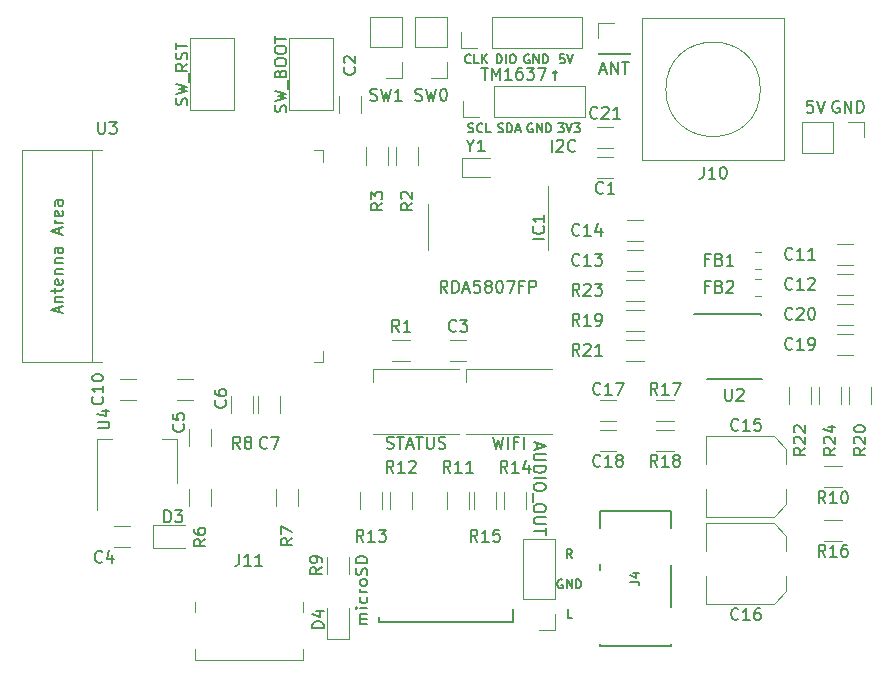
<source format=gbr>
%TF.GenerationSoftware,KiCad,Pcbnew,7.0.9-7.0.9~ubuntu22.04.1*%
%TF.CreationDate,2023-12-09T20:31:49+01:00*%
%TF.ProjectId,mp3alarm,6d703361-6c61-4726-9d2e-6b696361645f,v0.2*%
%TF.SameCoordinates,Original*%
%TF.FileFunction,Legend,Top*%
%TF.FilePolarity,Positive*%
%FSLAX46Y46*%
G04 Gerber Fmt 4.6, Leading zero omitted, Abs format (unit mm)*
G04 Created by KiCad (PCBNEW 7.0.9-7.0.9~ubuntu22.04.1) date 2023-12-09 20:31:49*
%MOMM*%
%LPD*%
G01*
G04 APERTURE LIST*
%ADD10C,0.127000*%
%ADD11C,0.150000*%
%ADD12C,0.120000*%
%ADD13C,0.200000*%
G04 APERTURE END LIST*
D10*
X84172857Y-57749911D02*
X83810000Y-57749911D01*
X83810000Y-57749911D02*
X83773714Y-58112768D01*
X83773714Y-58112768D02*
X83810000Y-58076483D01*
X83810000Y-58076483D02*
X83882572Y-58040197D01*
X83882572Y-58040197D02*
X84064000Y-58040197D01*
X84064000Y-58040197D02*
X84136572Y-58076483D01*
X84136572Y-58076483D02*
X84172857Y-58112768D01*
X84172857Y-58112768D02*
X84209143Y-58185340D01*
X84209143Y-58185340D02*
X84209143Y-58366768D01*
X84209143Y-58366768D02*
X84172857Y-58439340D01*
X84172857Y-58439340D02*
X84136572Y-58475626D01*
X84136572Y-58475626D02*
X84064000Y-58511911D01*
X84064000Y-58511911D02*
X83882572Y-58511911D01*
X83882572Y-58511911D02*
X83810000Y-58475626D01*
X83810000Y-58475626D02*
X83773714Y-58439340D01*
X84426857Y-57749911D02*
X84680857Y-58511911D01*
X84680857Y-58511911D02*
X84934857Y-57749911D01*
X78576714Y-64317626D02*
X78685572Y-64353911D01*
X78685572Y-64353911D02*
X78867000Y-64353911D01*
X78867000Y-64353911D02*
X78939572Y-64317626D01*
X78939572Y-64317626D02*
X78975857Y-64281340D01*
X78975857Y-64281340D02*
X79012143Y-64208768D01*
X79012143Y-64208768D02*
X79012143Y-64136197D01*
X79012143Y-64136197D02*
X78975857Y-64063626D01*
X78975857Y-64063626D02*
X78939572Y-64027340D01*
X78939572Y-64027340D02*
X78867000Y-63991054D01*
X78867000Y-63991054D02*
X78721857Y-63954768D01*
X78721857Y-63954768D02*
X78649286Y-63918483D01*
X78649286Y-63918483D02*
X78613000Y-63882197D01*
X78613000Y-63882197D02*
X78576714Y-63809626D01*
X78576714Y-63809626D02*
X78576714Y-63737054D01*
X78576714Y-63737054D02*
X78613000Y-63664483D01*
X78613000Y-63664483D02*
X78649286Y-63628197D01*
X78649286Y-63628197D02*
X78721857Y-63591911D01*
X78721857Y-63591911D02*
X78903286Y-63591911D01*
X78903286Y-63591911D02*
X79012143Y-63628197D01*
X79338714Y-64353911D02*
X79338714Y-63591911D01*
X79338714Y-63591911D02*
X79520143Y-63591911D01*
X79520143Y-63591911D02*
X79629000Y-63628197D01*
X79629000Y-63628197D02*
X79701571Y-63700768D01*
X79701571Y-63700768D02*
X79737857Y-63773340D01*
X79737857Y-63773340D02*
X79774143Y-63918483D01*
X79774143Y-63918483D02*
X79774143Y-64027340D01*
X79774143Y-64027340D02*
X79737857Y-64172483D01*
X79737857Y-64172483D02*
X79701571Y-64245054D01*
X79701571Y-64245054D02*
X79629000Y-64317626D01*
X79629000Y-64317626D02*
X79520143Y-64353911D01*
X79520143Y-64353911D02*
X79338714Y-64353911D01*
X80064428Y-64136197D02*
X80427286Y-64136197D01*
X79991857Y-64353911D02*
X80245857Y-63591911D01*
X80245857Y-63591911D02*
X80499857Y-64353911D01*
X76244429Y-58439340D02*
X76208143Y-58475626D01*
X76208143Y-58475626D02*
X76099286Y-58511911D01*
X76099286Y-58511911D02*
X76026714Y-58511911D01*
X76026714Y-58511911D02*
X75917857Y-58475626D01*
X75917857Y-58475626D02*
X75845286Y-58403054D01*
X75845286Y-58403054D02*
X75809000Y-58330483D01*
X75809000Y-58330483D02*
X75772714Y-58185340D01*
X75772714Y-58185340D02*
X75772714Y-58076483D01*
X75772714Y-58076483D02*
X75809000Y-57931340D01*
X75809000Y-57931340D02*
X75845286Y-57858768D01*
X75845286Y-57858768D02*
X75917857Y-57786197D01*
X75917857Y-57786197D02*
X76026714Y-57749911D01*
X76026714Y-57749911D02*
X76099286Y-57749911D01*
X76099286Y-57749911D02*
X76208143Y-57786197D01*
X76208143Y-57786197D02*
X76244429Y-57822483D01*
X76933857Y-58511911D02*
X76571000Y-58511911D01*
X76571000Y-58511911D02*
X76571000Y-57749911D01*
X77187857Y-58511911D02*
X77187857Y-57749911D01*
X77623286Y-58511911D02*
X77296714Y-58076483D01*
X77623286Y-57749911D02*
X77187857Y-58185340D01*
D11*
X83097810Y-65986819D02*
X83097810Y-64986819D01*
X83526381Y-65082057D02*
X83574000Y-65034438D01*
X83574000Y-65034438D02*
X83669238Y-64986819D01*
X83669238Y-64986819D02*
X83907333Y-64986819D01*
X83907333Y-64986819D02*
X84002571Y-65034438D01*
X84002571Y-65034438D02*
X84050190Y-65082057D01*
X84050190Y-65082057D02*
X84097809Y-65177295D01*
X84097809Y-65177295D02*
X84097809Y-65272533D01*
X84097809Y-65272533D02*
X84050190Y-65415390D01*
X84050190Y-65415390D02*
X83478762Y-65986819D01*
X83478762Y-65986819D02*
X84097809Y-65986819D01*
X85097809Y-65891580D02*
X85050190Y-65939200D01*
X85050190Y-65939200D02*
X84907333Y-65986819D01*
X84907333Y-65986819D02*
X84812095Y-65986819D01*
X84812095Y-65986819D02*
X84669238Y-65939200D01*
X84669238Y-65939200D02*
X84574000Y-65843961D01*
X84574000Y-65843961D02*
X84526381Y-65748723D01*
X84526381Y-65748723D02*
X84478762Y-65558247D01*
X84478762Y-65558247D02*
X84478762Y-65415390D01*
X84478762Y-65415390D02*
X84526381Y-65224914D01*
X84526381Y-65224914D02*
X84574000Y-65129676D01*
X84574000Y-65129676D02*
X84669238Y-65034438D01*
X84669238Y-65034438D02*
X84812095Y-64986819D01*
X84812095Y-64986819D02*
X84907333Y-64986819D01*
X84907333Y-64986819D02*
X85050190Y-65034438D01*
X85050190Y-65034438D02*
X85097809Y-65082057D01*
D10*
X84817857Y-105501911D02*
X84455000Y-105501911D01*
X84455000Y-105501911D02*
X84455000Y-104739911D01*
D11*
X77137048Y-58890819D02*
X77708476Y-58890819D01*
X77422762Y-59890819D02*
X77422762Y-58890819D01*
X78041810Y-59890819D02*
X78041810Y-58890819D01*
X78041810Y-58890819D02*
X78375143Y-59605104D01*
X78375143Y-59605104D02*
X78708476Y-58890819D01*
X78708476Y-58890819D02*
X78708476Y-59890819D01*
X79708476Y-59890819D02*
X79137048Y-59890819D01*
X79422762Y-59890819D02*
X79422762Y-58890819D01*
X79422762Y-58890819D02*
X79327524Y-59033676D01*
X79327524Y-59033676D02*
X79232286Y-59128914D01*
X79232286Y-59128914D02*
X79137048Y-59176533D01*
X80565619Y-58890819D02*
X80375143Y-58890819D01*
X80375143Y-58890819D02*
X80279905Y-58938438D01*
X80279905Y-58938438D02*
X80232286Y-58986057D01*
X80232286Y-58986057D02*
X80137048Y-59128914D01*
X80137048Y-59128914D02*
X80089429Y-59319390D01*
X80089429Y-59319390D02*
X80089429Y-59700342D01*
X80089429Y-59700342D02*
X80137048Y-59795580D01*
X80137048Y-59795580D02*
X80184667Y-59843200D01*
X80184667Y-59843200D02*
X80279905Y-59890819D01*
X80279905Y-59890819D02*
X80470381Y-59890819D01*
X80470381Y-59890819D02*
X80565619Y-59843200D01*
X80565619Y-59843200D02*
X80613238Y-59795580D01*
X80613238Y-59795580D02*
X80660857Y-59700342D01*
X80660857Y-59700342D02*
X80660857Y-59462247D01*
X80660857Y-59462247D02*
X80613238Y-59367009D01*
X80613238Y-59367009D02*
X80565619Y-59319390D01*
X80565619Y-59319390D02*
X80470381Y-59271771D01*
X80470381Y-59271771D02*
X80279905Y-59271771D01*
X80279905Y-59271771D02*
X80184667Y-59319390D01*
X80184667Y-59319390D02*
X80137048Y-59367009D01*
X80137048Y-59367009D02*
X80089429Y-59462247D01*
X80994191Y-58890819D02*
X81613238Y-58890819D01*
X81613238Y-58890819D02*
X81279905Y-59271771D01*
X81279905Y-59271771D02*
X81422762Y-59271771D01*
X81422762Y-59271771D02*
X81518000Y-59319390D01*
X81518000Y-59319390D02*
X81565619Y-59367009D01*
X81565619Y-59367009D02*
X81613238Y-59462247D01*
X81613238Y-59462247D02*
X81613238Y-59700342D01*
X81613238Y-59700342D02*
X81565619Y-59795580D01*
X81565619Y-59795580D02*
X81518000Y-59843200D01*
X81518000Y-59843200D02*
X81422762Y-59890819D01*
X81422762Y-59890819D02*
X81137048Y-59890819D01*
X81137048Y-59890819D02*
X81041810Y-59843200D01*
X81041810Y-59843200D02*
X80994191Y-59795580D01*
X81946572Y-58890819D02*
X82613238Y-58890819D01*
X82613238Y-58890819D02*
X82184667Y-59890819D01*
X83375143Y-59890819D02*
X83375143Y-59128914D01*
X83184667Y-59319390D02*
X83375143Y-59128914D01*
X83375143Y-59128914D02*
X83565619Y-59319390D01*
X71564667Y-61621200D02*
X71707524Y-61668819D01*
X71707524Y-61668819D02*
X71945619Y-61668819D01*
X71945619Y-61668819D02*
X72040857Y-61621200D01*
X72040857Y-61621200D02*
X72088476Y-61573580D01*
X72088476Y-61573580D02*
X72136095Y-61478342D01*
X72136095Y-61478342D02*
X72136095Y-61383104D01*
X72136095Y-61383104D02*
X72088476Y-61287866D01*
X72088476Y-61287866D02*
X72040857Y-61240247D01*
X72040857Y-61240247D02*
X71945619Y-61192628D01*
X71945619Y-61192628D02*
X71755143Y-61145009D01*
X71755143Y-61145009D02*
X71659905Y-61097390D01*
X71659905Y-61097390D02*
X71612286Y-61049771D01*
X71612286Y-61049771D02*
X71564667Y-60954533D01*
X71564667Y-60954533D02*
X71564667Y-60859295D01*
X71564667Y-60859295D02*
X71612286Y-60764057D01*
X71612286Y-60764057D02*
X71659905Y-60716438D01*
X71659905Y-60716438D02*
X71755143Y-60668819D01*
X71755143Y-60668819D02*
X71993238Y-60668819D01*
X71993238Y-60668819D02*
X72136095Y-60716438D01*
X72469429Y-60668819D02*
X72707524Y-61668819D01*
X72707524Y-61668819D02*
X72898000Y-60954533D01*
X72898000Y-60954533D02*
X73088476Y-61668819D01*
X73088476Y-61668819D02*
X73326572Y-60668819D01*
X73898000Y-60668819D02*
X73993238Y-60668819D01*
X73993238Y-60668819D02*
X74088476Y-60716438D01*
X74088476Y-60716438D02*
X74136095Y-60764057D01*
X74136095Y-60764057D02*
X74183714Y-60859295D01*
X74183714Y-60859295D02*
X74231333Y-61049771D01*
X74231333Y-61049771D02*
X74231333Y-61287866D01*
X74231333Y-61287866D02*
X74183714Y-61478342D01*
X74183714Y-61478342D02*
X74136095Y-61573580D01*
X74136095Y-61573580D02*
X74088476Y-61621200D01*
X74088476Y-61621200D02*
X73993238Y-61668819D01*
X73993238Y-61668819D02*
X73898000Y-61668819D01*
X73898000Y-61668819D02*
X73802762Y-61621200D01*
X73802762Y-61621200D02*
X73755143Y-61573580D01*
X73755143Y-61573580D02*
X73707524Y-61478342D01*
X73707524Y-61478342D02*
X73659905Y-61287866D01*
X73659905Y-61287866D02*
X73659905Y-61049771D01*
X73659905Y-61049771D02*
X73707524Y-60859295D01*
X73707524Y-60859295D02*
X73755143Y-60764057D01*
X73755143Y-60764057D02*
X73802762Y-60716438D01*
X73802762Y-60716438D02*
X73898000Y-60668819D01*
X74271618Y-77924819D02*
X73938285Y-77448628D01*
X73700190Y-77924819D02*
X73700190Y-76924819D01*
X73700190Y-76924819D02*
X74081142Y-76924819D01*
X74081142Y-76924819D02*
X74176380Y-76972438D01*
X74176380Y-76972438D02*
X74223999Y-77020057D01*
X74223999Y-77020057D02*
X74271618Y-77115295D01*
X74271618Y-77115295D02*
X74271618Y-77258152D01*
X74271618Y-77258152D02*
X74223999Y-77353390D01*
X74223999Y-77353390D02*
X74176380Y-77401009D01*
X74176380Y-77401009D02*
X74081142Y-77448628D01*
X74081142Y-77448628D02*
X73700190Y-77448628D01*
X74700190Y-77924819D02*
X74700190Y-76924819D01*
X74700190Y-76924819D02*
X74938285Y-76924819D01*
X74938285Y-76924819D02*
X75081142Y-76972438D01*
X75081142Y-76972438D02*
X75176380Y-77067676D01*
X75176380Y-77067676D02*
X75223999Y-77162914D01*
X75223999Y-77162914D02*
X75271618Y-77353390D01*
X75271618Y-77353390D02*
X75271618Y-77496247D01*
X75271618Y-77496247D02*
X75223999Y-77686723D01*
X75223999Y-77686723D02*
X75176380Y-77781961D01*
X75176380Y-77781961D02*
X75081142Y-77877200D01*
X75081142Y-77877200D02*
X74938285Y-77924819D01*
X74938285Y-77924819D02*
X74700190Y-77924819D01*
X75652571Y-77639104D02*
X76128761Y-77639104D01*
X75557333Y-77924819D02*
X75890666Y-76924819D01*
X75890666Y-76924819D02*
X76223999Y-77924819D01*
X77033523Y-76924819D02*
X76557333Y-76924819D01*
X76557333Y-76924819D02*
X76509714Y-77401009D01*
X76509714Y-77401009D02*
X76557333Y-77353390D01*
X76557333Y-77353390D02*
X76652571Y-77305771D01*
X76652571Y-77305771D02*
X76890666Y-77305771D01*
X76890666Y-77305771D02*
X76985904Y-77353390D01*
X76985904Y-77353390D02*
X77033523Y-77401009D01*
X77033523Y-77401009D02*
X77081142Y-77496247D01*
X77081142Y-77496247D02*
X77081142Y-77734342D01*
X77081142Y-77734342D02*
X77033523Y-77829580D01*
X77033523Y-77829580D02*
X76985904Y-77877200D01*
X76985904Y-77877200D02*
X76890666Y-77924819D01*
X76890666Y-77924819D02*
X76652571Y-77924819D01*
X76652571Y-77924819D02*
X76557333Y-77877200D01*
X76557333Y-77877200D02*
X76509714Y-77829580D01*
X77652571Y-77353390D02*
X77557333Y-77305771D01*
X77557333Y-77305771D02*
X77509714Y-77258152D01*
X77509714Y-77258152D02*
X77462095Y-77162914D01*
X77462095Y-77162914D02*
X77462095Y-77115295D01*
X77462095Y-77115295D02*
X77509714Y-77020057D01*
X77509714Y-77020057D02*
X77557333Y-76972438D01*
X77557333Y-76972438D02*
X77652571Y-76924819D01*
X77652571Y-76924819D02*
X77843047Y-76924819D01*
X77843047Y-76924819D02*
X77938285Y-76972438D01*
X77938285Y-76972438D02*
X77985904Y-77020057D01*
X77985904Y-77020057D02*
X78033523Y-77115295D01*
X78033523Y-77115295D02*
X78033523Y-77162914D01*
X78033523Y-77162914D02*
X77985904Y-77258152D01*
X77985904Y-77258152D02*
X77938285Y-77305771D01*
X77938285Y-77305771D02*
X77843047Y-77353390D01*
X77843047Y-77353390D02*
X77652571Y-77353390D01*
X77652571Y-77353390D02*
X77557333Y-77401009D01*
X77557333Y-77401009D02*
X77509714Y-77448628D01*
X77509714Y-77448628D02*
X77462095Y-77543866D01*
X77462095Y-77543866D02*
X77462095Y-77734342D01*
X77462095Y-77734342D02*
X77509714Y-77829580D01*
X77509714Y-77829580D02*
X77557333Y-77877200D01*
X77557333Y-77877200D02*
X77652571Y-77924819D01*
X77652571Y-77924819D02*
X77843047Y-77924819D01*
X77843047Y-77924819D02*
X77938285Y-77877200D01*
X77938285Y-77877200D02*
X77985904Y-77829580D01*
X77985904Y-77829580D02*
X78033523Y-77734342D01*
X78033523Y-77734342D02*
X78033523Y-77543866D01*
X78033523Y-77543866D02*
X77985904Y-77448628D01*
X77985904Y-77448628D02*
X77938285Y-77401009D01*
X77938285Y-77401009D02*
X77843047Y-77353390D01*
X78652571Y-76924819D02*
X78747809Y-76924819D01*
X78747809Y-76924819D02*
X78843047Y-76972438D01*
X78843047Y-76972438D02*
X78890666Y-77020057D01*
X78890666Y-77020057D02*
X78938285Y-77115295D01*
X78938285Y-77115295D02*
X78985904Y-77305771D01*
X78985904Y-77305771D02*
X78985904Y-77543866D01*
X78985904Y-77543866D02*
X78938285Y-77734342D01*
X78938285Y-77734342D02*
X78890666Y-77829580D01*
X78890666Y-77829580D02*
X78843047Y-77877200D01*
X78843047Y-77877200D02*
X78747809Y-77924819D01*
X78747809Y-77924819D02*
X78652571Y-77924819D01*
X78652571Y-77924819D02*
X78557333Y-77877200D01*
X78557333Y-77877200D02*
X78509714Y-77829580D01*
X78509714Y-77829580D02*
X78462095Y-77734342D01*
X78462095Y-77734342D02*
X78414476Y-77543866D01*
X78414476Y-77543866D02*
X78414476Y-77305771D01*
X78414476Y-77305771D02*
X78462095Y-77115295D01*
X78462095Y-77115295D02*
X78509714Y-77020057D01*
X78509714Y-77020057D02*
X78557333Y-76972438D01*
X78557333Y-76972438D02*
X78652571Y-76924819D01*
X79319238Y-76924819D02*
X79985904Y-76924819D01*
X79985904Y-76924819D02*
X79557333Y-77924819D01*
X80700190Y-77401009D02*
X80366857Y-77401009D01*
X80366857Y-77924819D02*
X80366857Y-76924819D01*
X80366857Y-76924819D02*
X80843047Y-76924819D01*
X81224000Y-77924819D02*
X81224000Y-76924819D01*
X81224000Y-76924819D02*
X81604952Y-76924819D01*
X81604952Y-76924819D02*
X81700190Y-76972438D01*
X81700190Y-76972438D02*
X81747809Y-77020057D01*
X81747809Y-77020057D02*
X81795428Y-77115295D01*
X81795428Y-77115295D02*
X81795428Y-77258152D01*
X81795428Y-77258152D02*
X81747809Y-77353390D01*
X81747809Y-77353390D02*
X81700190Y-77401009D01*
X81700190Y-77401009D02*
X81604952Y-77448628D01*
X81604952Y-77448628D02*
X81224000Y-77448628D01*
X105219523Y-61684819D02*
X104743333Y-61684819D01*
X104743333Y-61684819D02*
X104695714Y-62161009D01*
X104695714Y-62161009D02*
X104743333Y-62113390D01*
X104743333Y-62113390D02*
X104838571Y-62065771D01*
X104838571Y-62065771D02*
X105076666Y-62065771D01*
X105076666Y-62065771D02*
X105171904Y-62113390D01*
X105171904Y-62113390D02*
X105219523Y-62161009D01*
X105219523Y-62161009D02*
X105267142Y-62256247D01*
X105267142Y-62256247D02*
X105267142Y-62494342D01*
X105267142Y-62494342D02*
X105219523Y-62589580D01*
X105219523Y-62589580D02*
X105171904Y-62637200D01*
X105171904Y-62637200D02*
X105076666Y-62684819D01*
X105076666Y-62684819D02*
X104838571Y-62684819D01*
X104838571Y-62684819D02*
X104743333Y-62637200D01*
X104743333Y-62637200D02*
X104695714Y-62589580D01*
X105552857Y-61684819D02*
X105886190Y-62684819D01*
X105886190Y-62684819D02*
X106219523Y-61684819D01*
X81872895Y-90654667D02*
X81872895Y-91130857D01*
X81587180Y-90559429D02*
X82587180Y-90892762D01*
X82587180Y-90892762D02*
X81587180Y-91226095D01*
X82587180Y-91559429D02*
X81777657Y-91559429D01*
X81777657Y-91559429D02*
X81682419Y-91607048D01*
X81682419Y-91607048D02*
X81634800Y-91654667D01*
X81634800Y-91654667D02*
X81587180Y-91749905D01*
X81587180Y-91749905D02*
X81587180Y-91940381D01*
X81587180Y-91940381D02*
X81634800Y-92035619D01*
X81634800Y-92035619D02*
X81682419Y-92083238D01*
X81682419Y-92083238D02*
X81777657Y-92130857D01*
X81777657Y-92130857D02*
X82587180Y-92130857D01*
X81587180Y-92607048D02*
X82587180Y-92607048D01*
X82587180Y-92607048D02*
X82587180Y-92845143D01*
X82587180Y-92845143D02*
X82539561Y-92988000D01*
X82539561Y-92988000D02*
X82444323Y-93083238D01*
X82444323Y-93083238D02*
X82349085Y-93130857D01*
X82349085Y-93130857D02*
X82158609Y-93178476D01*
X82158609Y-93178476D02*
X82015752Y-93178476D01*
X82015752Y-93178476D02*
X81825276Y-93130857D01*
X81825276Y-93130857D02*
X81730038Y-93083238D01*
X81730038Y-93083238D02*
X81634800Y-92988000D01*
X81634800Y-92988000D02*
X81587180Y-92845143D01*
X81587180Y-92845143D02*
X81587180Y-92607048D01*
X81587180Y-93607048D02*
X82587180Y-93607048D01*
X82587180Y-94273714D02*
X82587180Y-94464190D01*
X82587180Y-94464190D02*
X82539561Y-94559428D01*
X82539561Y-94559428D02*
X82444323Y-94654666D01*
X82444323Y-94654666D02*
X82253847Y-94702285D01*
X82253847Y-94702285D02*
X81920514Y-94702285D01*
X81920514Y-94702285D02*
X81730038Y-94654666D01*
X81730038Y-94654666D02*
X81634800Y-94559428D01*
X81634800Y-94559428D02*
X81587180Y-94464190D01*
X81587180Y-94464190D02*
X81587180Y-94273714D01*
X81587180Y-94273714D02*
X81634800Y-94178476D01*
X81634800Y-94178476D02*
X81730038Y-94083238D01*
X81730038Y-94083238D02*
X81920514Y-94035619D01*
X81920514Y-94035619D02*
X82253847Y-94035619D01*
X82253847Y-94035619D02*
X82444323Y-94083238D01*
X82444323Y-94083238D02*
X82539561Y-94178476D01*
X82539561Y-94178476D02*
X82587180Y-94273714D01*
X81491942Y-94892762D02*
X81491942Y-95654666D01*
X82587180Y-96083238D02*
X82587180Y-96273714D01*
X82587180Y-96273714D02*
X82539561Y-96368952D01*
X82539561Y-96368952D02*
X82444323Y-96464190D01*
X82444323Y-96464190D02*
X82253847Y-96511809D01*
X82253847Y-96511809D02*
X81920514Y-96511809D01*
X81920514Y-96511809D02*
X81730038Y-96464190D01*
X81730038Y-96464190D02*
X81634800Y-96368952D01*
X81634800Y-96368952D02*
X81587180Y-96273714D01*
X81587180Y-96273714D02*
X81587180Y-96083238D01*
X81587180Y-96083238D02*
X81634800Y-95988000D01*
X81634800Y-95988000D02*
X81730038Y-95892762D01*
X81730038Y-95892762D02*
X81920514Y-95845143D01*
X81920514Y-95845143D02*
X82253847Y-95845143D01*
X82253847Y-95845143D02*
X82444323Y-95892762D01*
X82444323Y-95892762D02*
X82539561Y-95988000D01*
X82539561Y-95988000D02*
X82587180Y-96083238D01*
X82587180Y-96940381D02*
X81777657Y-96940381D01*
X81777657Y-96940381D02*
X81682419Y-96988000D01*
X81682419Y-96988000D02*
X81634800Y-97035619D01*
X81634800Y-97035619D02*
X81587180Y-97130857D01*
X81587180Y-97130857D02*
X81587180Y-97321333D01*
X81587180Y-97321333D02*
X81634800Y-97416571D01*
X81634800Y-97416571D02*
X81682419Y-97464190D01*
X81682419Y-97464190D02*
X81777657Y-97511809D01*
X81777657Y-97511809D02*
X82587180Y-97511809D01*
X82587180Y-97845143D02*
X82587180Y-98416571D01*
X81587180Y-98130857D02*
X82587180Y-98130857D01*
D10*
X83638572Y-63591911D02*
X84110286Y-63591911D01*
X84110286Y-63591911D02*
X83856286Y-63882197D01*
X83856286Y-63882197D02*
X83965143Y-63882197D01*
X83965143Y-63882197D02*
X84037715Y-63918483D01*
X84037715Y-63918483D02*
X84074000Y-63954768D01*
X84074000Y-63954768D02*
X84110286Y-64027340D01*
X84110286Y-64027340D02*
X84110286Y-64208768D01*
X84110286Y-64208768D02*
X84074000Y-64281340D01*
X84074000Y-64281340D02*
X84037715Y-64317626D01*
X84037715Y-64317626D02*
X83965143Y-64353911D01*
X83965143Y-64353911D02*
X83747429Y-64353911D01*
X83747429Y-64353911D02*
X83674857Y-64317626D01*
X83674857Y-64317626D02*
X83638572Y-64281340D01*
X84328000Y-63591911D02*
X84582000Y-64353911D01*
X84582000Y-64353911D02*
X84836000Y-63591911D01*
X85017429Y-63591911D02*
X85489143Y-63591911D01*
X85489143Y-63591911D02*
X85235143Y-63882197D01*
X85235143Y-63882197D02*
X85344000Y-63882197D01*
X85344000Y-63882197D02*
X85416572Y-63918483D01*
X85416572Y-63918483D02*
X85452857Y-63954768D01*
X85452857Y-63954768D02*
X85489143Y-64027340D01*
X85489143Y-64027340D02*
X85489143Y-64208768D01*
X85489143Y-64208768D02*
X85452857Y-64281340D01*
X85452857Y-64281340D02*
X85416572Y-64317626D01*
X85416572Y-64317626D02*
X85344000Y-64353911D01*
X85344000Y-64353911D02*
X85126286Y-64353911D01*
X85126286Y-64353911D02*
X85053714Y-64317626D01*
X85053714Y-64317626D02*
X85017429Y-64281340D01*
D11*
X107442095Y-61732438D02*
X107346857Y-61684819D01*
X107346857Y-61684819D02*
X107204000Y-61684819D01*
X107204000Y-61684819D02*
X107061143Y-61732438D01*
X107061143Y-61732438D02*
X106965905Y-61827676D01*
X106965905Y-61827676D02*
X106918286Y-61922914D01*
X106918286Y-61922914D02*
X106870667Y-62113390D01*
X106870667Y-62113390D02*
X106870667Y-62256247D01*
X106870667Y-62256247D02*
X106918286Y-62446723D01*
X106918286Y-62446723D02*
X106965905Y-62541961D01*
X106965905Y-62541961D02*
X107061143Y-62637200D01*
X107061143Y-62637200D02*
X107204000Y-62684819D01*
X107204000Y-62684819D02*
X107299238Y-62684819D01*
X107299238Y-62684819D02*
X107442095Y-62637200D01*
X107442095Y-62637200D02*
X107489714Y-62589580D01*
X107489714Y-62589580D02*
X107489714Y-62256247D01*
X107489714Y-62256247D02*
X107299238Y-62256247D01*
X107918286Y-62684819D02*
X107918286Y-61684819D01*
X107918286Y-61684819D02*
X108489714Y-62684819D01*
X108489714Y-62684819D02*
X108489714Y-61684819D01*
X108965905Y-62684819D02*
X108965905Y-61684819D01*
X108965905Y-61684819D02*
X109204000Y-61684819D01*
X109204000Y-61684819D02*
X109346857Y-61732438D01*
X109346857Y-61732438D02*
X109442095Y-61827676D01*
X109442095Y-61827676D02*
X109489714Y-61922914D01*
X109489714Y-61922914D02*
X109537333Y-62113390D01*
X109537333Y-62113390D02*
X109537333Y-62256247D01*
X109537333Y-62256247D02*
X109489714Y-62446723D01*
X109489714Y-62446723D02*
X109442095Y-62541961D01*
X109442095Y-62541961D02*
X109346857Y-62637200D01*
X109346857Y-62637200D02*
X109204000Y-62684819D01*
X109204000Y-62684819D02*
X108965905Y-62684819D01*
D10*
X81461428Y-63628197D02*
X81388857Y-63591911D01*
X81388857Y-63591911D02*
X81279999Y-63591911D01*
X81279999Y-63591911D02*
X81171142Y-63628197D01*
X81171142Y-63628197D02*
X81098571Y-63700768D01*
X81098571Y-63700768D02*
X81062285Y-63773340D01*
X81062285Y-63773340D02*
X81025999Y-63918483D01*
X81025999Y-63918483D02*
X81025999Y-64027340D01*
X81025999Y-64027340D02*
X81062285Y-64172483D01*
X81062285Y-64172483D02*
X81098571Y-64245054D01*
X81098571Y-64245054D02*
X81171142Y-64317626D01*
X81171142Y-64317626D02*
X81279999Y-64353911D01*
X81279999Y-64353911D02*
X81352571Y-64353911D01*
X81352571Y-64353911D02*
X81461428Y-64317626D01*
X81461428Y-64317626D02*
X81497714Y-64281340D01*
X81497714Y-64281340D02*
X81497714Y-64027340D01*
X81497714Y-64027340D02*
X81352571Y-64027340D01*
X81824285Y-64353911D02*
X81824285Y-63591911D01*
X81824285Y-63591911D02*
X82259714Y-64353911D01*
X82259714Y-64353911D02*
X82259714Y-63591911D01*
X82622571Y-64353911D02*
X82622571Y-63591911D01*
X82622571Y-63591911D02*
X82804000Y-63591911D01*
X82804000Y-63591911D02*
X82912857Y-63628197D01*
X82912857Y-63628197D02*
X82985428Y-63700768D01*
X82985428Y-63700768D02*
X83021714Y-63773340D01*
X83021714Y-63773340D02*
X83058000Y-63918483D01*
X83058000Y-63918483D02*
X83058000Y-64027340D01*
X83058000Y-64027340D02*
X83021714Y-64172483D01*
X83021714Y-64172483D02*
X82985428Y-64245054D01*
X82985428Y-64245054D02*
X82912857Y-64317626D01*
X82912857Y-64317626D02*
X82804000Y-64353911D01*
X82804000Y-64353911D02*
X82622571Y-64353911D01*
D11*
X67754667Y-61621200D02*
X67897524Y-61668819D01*
X67897524Y-61668819D02*
X68135619Y-61668819D01*
X68135619Y-61668819D02*
X68230857Y-61621200D01*
X68230857Y-61621200D02*
X68278476Y-61573580D01*
X68278476Y-61573580D02*
X68326095Y-61478342D01*
X68326095Y-61478342D02*
X68326095Y-61383104D01*
X68326095Y-61383104D02*
X68278476Y-61287866D01*
X68278476Y-61287866D02*
X68230857Y-61240247D01*
X68230857Y-61240247D02*
X68135619Y-61192628D01*
X68135619Y-61192628D02*
X67945143Y-61145009D01*
X67945143Y-61145009D02*
X67849905Y-61097390D01*
X67849905Y-61097390D02*
X67802286Y-61049771D01*
X67802286Y-61049771D02*
X67754667Y-60954533D01*
X67754667Y-60954533D02*
X67754667Y-60859295D01*
X67754667Y-60859295D02*
X67802286Y-60764057D01*
X67802286Y-60764057D02*
X67849905Y-60716438D01*
X67849905Y-60716438D02*
X67945143Y-60668819D01*
X67945143Y-60668819D02*
X68183238Y-60668819D01*
X68183238Y-60668819D02*
X68326095Y-60716438D01*
X68659429Y-60668819D02*
X68897524Y-61668819D01*
X68897524Y-61668819D02*
X69088000Y-60954533D01*
X69088000Y-60954533D02*
X69278476Y-61668819D01*
X69278476Y-61668819D02*
X69516572Y-60668819D01*
X70421333Y-61668819D02*
X69849905Y-61668819D01*
X70135619Y-61668819D02*
X70135619Y-60668819D01*
X70135619Y-60668819D02*
X70040381Y-60811676D01*
X70040381Y-60811676D02*
X69945143Y-60906914D01*
X69945143Y-60906914D02*
X69849905Y-60954533D01*
D10*
X84817857Y-100421911D02*
X84563857Y-100059054D01*
X84382428Y-100421911D02*
X84382428Y-99659911D01*
X84382428Y-99659911D02*
X84672714Y-99659911D01*
X84672714Y-99659911D02*
X84745285Y-99696197D01*
X84745285Y-99696197D02*
X84781571Y-99732483D01*
X84781571Y-99732483D02*
X84817857Y-99805054D01*
X84817857Y-99805054D02*
X84817857Y-99913911D01*
X84817857Y-99913911D02*
X84781571Y-99986483D01*
X84781571Y-99986483D02*
X84745285Y-100022768D01*
X84745285Y-100022768D02*
X84672714Y-100059054D01*
X84672714Y-100059054D02*
X84382428Y-100059054D01*
X84001428Y-102236197D02*
X83928857Y-102199911D01*
X83928857Y-102199911D02*
X83819999Y-102199911D01*
X83819999Y-102199911D02*
X83711142Y-102236197D01*
X83711142Y-102236197D02*
X83638571Y-102308768D01*
X83638571Y-102308768D02*
X83602285Y-102381340D01*
X83602285Y-102381340D02*
X83565999Y-102526483D01*
X83565999Y-102526483D02*
X83565999Y-102635340D01*
X83565999Y-102635340D02*
X83602285Y-102780483D01*
X83602285Y-102780483D02*
X83638571Y-102853054D01*
X83638571Y-102853054D02*
X83711142Y-102925626D01*
X83711142Y-102925626D02*
X83819999Y-102961911D01*
X83819999Y-102961911D02*
X83892571Y-102961911D01*
X83892571Y-102961911D02*
X84001428Y-102925626D01*
X84001428Y-102925626D02*
X84037714Y-102889340D01*
X84037714Y-102889340D02*
X84037714Y-102635340D01*
X84037714Y-102635340D02*
X83892571Y-102635340D01*
X84364285Y-102961911D02*
X84364285Y-102199911D01*
X84364285Y-102199911D02*
X84799714Y-102961911D01*
X84799714Y-102961911D02*
X84799714Y-102199911D01*
X85162571Y-102961911D02*
X85162571Y-102199911D01*
X85162571Y-102199911D02*
X85344000Y-102199911D01*
X85344000Y-102199911D02*
X85452857Y-102236197D01*
X85452857Y-102236197D02*
X85525428Y-102308768D01*
X85525428Y-102308768D02*
X85561714Y-102381340D01*
X85561714Y-102381340D02*
X85598000Y-102526483D01*
X85598000Y-102526483D02*
X85598000Y-102635340D01*
X85598000Y-102635340D02*
X85561714Y-102780483D01*
X85561714Y-102780483D02*
X85525428Y-102853054D01*
X85525428Y-102853054D02*
X85452857Y-102925626D01*
X85452857Y-102925626D02*
X85344000Y-102961911D01*
X85344000Y-102961911D02*
X85162571Y-102961911D01*
X76044857Y-64317626D02*
X76153715Y-64353911D01*
X76153715Y-64353911D02*
X76335143Y-64353911D01*
X76335143Y-64353911D02*
X76407715Y-64317626D01*
X76407715Y-64317626D02*
X76444000Y-64281340D01*
X76444000Y-64281340D02*
X76480286Y-64208768D01*
X76480286Y-64208768D02*
X76480286Y-64136197D01*
X76480286Y-64136197D02*
X76444000Y-64063626D01*
X76444000Y-64063626D02*
X76407715Y-64027340D01*
X76407715Y-64027340D02*
X76335143Y-63991054D01*
X76335143Y-63991054D02*
X76190000Y-63954768D01*
X76190000Y-63954768D02*
X76117429Y-63918483D01*
X76117429Y-63918483D02*
X76081143Y-63882197D01*
X76081143Y-63882197D02*
X76044857Y-63809626D01*
X76044857Y-63809626D02*
X76044857Y-63737054D01*
X76044857Y-63737054D02*
X76081143Y-63664483D01*
X76081143Y-63664483D02*
X76117429Y-63628197D01*
X76117429Y-63628197D02*
X76190000Y-63591911D01*
X76190000Y-63591911D02*
X76371429Y-63591911D01*
X76371429Y-63591911D02*
X76480286Y-63628197D01*
X77242286Y-64281340D02*
X77206000Y-64317626D01*
X77206000Y-64317626D02*
X77097143Y-64353911D01*
X77097143Y-64353911D02*
X77024571Y-64353911D01*
X77024571Y-64353911D02*
X76915714Y-64317626D01*
X76915714Y-64317626D02*
X76843143Y-64245054D01*
X76843143Y-64245054D02*
X76806857Y-64172483D01*
X76806857Y-64172483D02*
X76770571Y-64027340D01*
X76770571Y-64027340D02*
X76770571Y-63918483D01*
X76770571Y-63918483D02*
X76806857Y-63773340D01*
X76806857Y-63773340D02*
X76843143Y-63700768D01*
X76843143Y-63700768D02*
X76915714Y-63628197D01*
X76915714Y-63628197D02*
X77024571Y-63591911D01*
X77024571Y-63591911D02*
X77097143Y-63591911D01*
X77097143Y-63591911D02*
X77206000Y-63628197D01*
X77206000Y-63628197D02*
X77242286Y-63664483D01*
X77931714Y-64353911D02*
X77568857Y-64353911D01*
X77568857Y-64353911D02*
X77568857Y-63591911D01*
X81197428Y-57786197D02*
X81124857Y-57749911D01*
X81124857Y-57749911D02*
X81015999Y-57749911D01*
X81015999Y-57749911D02*
X80907142Y-57786197D01*
X80907142Y-57786197D02*
X80834571Y-57858768D01*
X80834571Y-57858768D02*
X80798285Y-57931340D01*
X80798285Y-57931340D02*
X80761999Y-58076483D01*
X80761999Y-58076483D02*
X80761999Y-58185340D01*
X80761999Y-58185340D02*
X80798285Y-58330483D01*
X80798285Y-58330483D02*
X80834571Y-58403054D01*
X80834571Y-58403054D02*
X80907142Y-58475626D01*
X80907142Y-58475626D02*
X81015999Y-58511911D01*
X81015999Y-58511911D02*
X81088571Y-58511911D01*
X81088571Y-58511911D02*
X81197428Y-58475626D01*
X81197428Y-58475626D02*
X81233714Y-58439340D01*
X81233714Y-58439340D02*
X81233714Y-58185340D01*
X81233714Y-58185340D02*
X81088571Y-58185340D01*
X81560285Y-58511911D02*
X81560285Y-57749911D01*
X81560285Y-57749911D02*
X81995714Y-58511911D01*
X81995714Y-58511911D02*
X81995714Y-57749911D01*
X82358571Y-58511911D02*
X82358571Y-57749911D01*
X82358571Y-57749911D02*
X82540000Y-57749911D01*
X82540000Y-57749911D02*
X82648857Y-57786197D01*
X82648857Y-57786197D02*
X82721428Y-57858768D01*
X82721428Y-57858768D02*
X82757714Y-57931340D01*
X82757714Y-57931340D02*
X82794000Y-58076483D01*
X82794000Y-58076483D02*
X82794000Y-58185340D01*
X82794000Y-58185340D02*
X82757714Y-58330483D01*
X82757714Y-58330483D02*
X82721428Y-58403054D01*
X82721428Y-58403054D02*
X82648857Y-58475626D01*
X82648857Y-58475626D02*
X82540000Y-58511911D01*
X82540000Y-58511911D02*
X82358571Y-58511911D01*
X78457857Y-58511911D02*
X78457857Y-57749911D01*
X78457857Y-57749911D02*
X78639286Y-57749911D01*
X78639286Y-57749911D02*
X78748143Y-57786197D01*
X78748143Y-57786197D02*
X78820714Y-57858768D01*
X78820714Y-57858768D02*
X78857000Y-57931340D01*
X78857000Y-57931340D02*
X78893286Y-58076483D01*
X78893286Y-58076483D02*
X78893286Y-58185340D01*
X78893286Y-58185340D02*
X78857000Y-58330483D01*
X78857000Y-58330483D02*
X78820714Y-58403054D01*
X78820714Y-58403054D02*
X78748143Y-58475626D01*
X78748143Y-58475626D02*
X78639286Y-58511911D01*
X78639286Y-58511911D02*
X78457857Y-58511911D01*
X79219857Y-58511911D02*
X79219857Y-57749911D01*
X79727857Y-57749911D02*
X79873000Y-57749911D01*
X79873000Y-57749911D02*
X79945571Y-57786197D01*
X79945571Y-57786197D02*
X80018143Y-57858768D01*
X80018143Y-57858768D02*
X80054428Y-58003911D01*
X80054428Y-58003911D02*
X80054428Y-58257911D01*
X80054428Y-58257911D02*
X80018143Y-58403054D01*
X80018143Y-58403054D02*
X79945571Y-58475626D01*
X79945571Y-58475626D02*
X79873000Y-58511911D01*
X79873000Y-58511911D02*
X79727857Y-58511911D01*
X79727857Y-58511911D02*
X79655286Y-58475626D01*
X79655286Y-58475626D02*
X79582714Y-58403054D01*
X79582714Y-58403054D02*
X79546428Y-58257911D01*
X79546428Y-58257911D02*
X79546428Y-58003911D01*
X79546428Y-58003911D02*
X79582714Y-57858768D01*
X79582714Y-57858768D02*
X79655286Y-57786197D01*
X79655286Y-57786197D02*
X79727857Y-57749911D01*
D11*
X69151809Y-91085200D02*
X69294666Y-91132819D01*
X69294666Y-91132819D02*
X69532761Y-91132819D01*
X69532761Y-91132819D02*
X69627999Y-91085200D01*
X69627999Y-91085200D02*
X69675618Y-91037580D01*
X69675618Y-91037580D02*
X69723237Y-90942342D01*
X69723237Y-90942342D02*
X69723237Y-90847104D01*
X69723237Y-90847104D02*
X69675618Y-90751866D01*
X69675618Y-90751866D02*
X69627999Y-90704247D01*
X69627999Y-90704247D02*
X69532761Y-90656628D01*
X69532761Y-90656628D02*
X69342285Y-90609009D01*
X69342285Y-90609009D02*
X69247047Y-90561390D01*
X69247047Y-90561390D02*
X69199428Y-90513771D01*
X69199428Y-90513771D02*
X69151809Y-90418533D01*
X69151809Y-90418533D02*
X69151809Y-90323295D01*
X69151809Y-90323295D02*
X69199428Y-90228057D01*
X69199428Y-90228057D02*
X69247047Y-90180438D01*
X69247047Y-90180438D02*
X69342285Y-90132819D01*
X69342285Y-90132819D02*
X69580380Y-90132819D01*
X69580380Y-90132819D02*
X69723237Y-90180438D01*
X70008952Y-90132819D02*
X70580380Y-90132819D01*
X70294666Y-91132819D02*
X70294666Y-90132819D01*
X70866095Y-90847104D02*
X71342285Y-90847104D01*
X70770857Y-91132819D02*
X71104190Y-90132819D01*
X71104190Y-90132819D02*
X71437523Y-91132819D01*
X71628000Y-90132819D02*
X72199428Y-90132819D01*
X71913714Y-91132819D02*
X71913714Y-90132819D01*
X72532762Y-90132819D02*
X72532762Y-90942342D01*
X72532762Y-90942342D02*
X72580381Y-91037580D01*
X72580381Y-91037580D02*
X72628000Y-91085200D01*
X72628000Y-91085200D02*
X72723238Y-91132819D01*
X72723238Y-91132819D02*
X72913714Y-91132819D01*
X72913714Y-91132819D02*
X73008952Y-91085200D01*
X73008952Y-91085200D02*
X73056571Y-91037580D01*
X73056571Y-91037580D02*
X73104190Y-90942342D01*
X73104190Y-90942342D02*
X73104190Y-90132819D01*
X73532762Y-91085200D02*
X73675619Y-91132819D01*
X73675619Y-91132819D02*
X73913714Y-91132819D01*
X73913714Y-91132819D02*
X74008952Y-91085200D01*
X74008952Y-91085200D02*
X74056571Y-91037580D01*
X74056571Y-91037580D02*
X74104190Y-90942342D01*
X74104190Y-90942342D02*
X74104190Y-90847104D01*
X74104190Y-90847104D02*
X74056571Y-90751866D01*
X74056571Y-90751866D02*
X74008952Y-90704247D01*
X74008952Y-90704247D02*
X73913714Y-90656628D01*
X73913714Y-90656628D02*
X73723238Y-90609009D01*
X73723238Y-90609009D02*
X73628000Y-90561390D01*
X73628000Y-90561390D02*
X73580381Y-90513771D01*
X73580381Y-90513771D02*
X73532762Y-90418533D01*
X73532762Y-90418533D02*
X73532762Y-90323295D01*
X73532762Y-90323295D02*
X73580381Y-90228057D01*
X73580381Y-90228057D02*
X73628000Y-90180438D01*
X73628000Y-90180438D02*
X73723238Y-90132819D01*
X73723238Y-90132819D02*
X73961333Y-90132819D01*
X73961333Y-90132819D02*
X74104190Y-90180438D01*
X87463333Y-69447580D02*
X87415714Y-69495200D01*
X87415714Y-69495200D02*
X87272857Y-69542819D01*
X87272857Y-69542819D02*
X87177619Y-69542819D01*
X87177619Y-69542819D02*
X87034762Y-69495200D01*
X87034762Y-69495200D02*
X86939524Y-69399961D01*
X86939524Y-69399961D02*
X86891905Y-69304723D01*
X86891905Y-69304723D02*
X86844286Y-69114247D01*
X86844286Y-69114247D02*
X86844286Y-68971390D01*
X86844286Y-68971390D02*
X86891905Y-68780914D01*
X86891905Y-68780914D02*
X86939524Y-68685676D01*
X86939524Y-68685676D02*
X87034762Y-68590438D01*
X87034762Y-68590438D02*
X87177619Y-68542819D01*
X87177619Y-68542819D02*
X87272857Y-68542819D01*
X87272857Y-68542819D02*
X87415714Y-68590438D01*
X87415714Y-68590438D02*
X87463333Y-68638057D01*
X88415714Y-69542819D02*
X87844286Y-69542819D01*
X88130000Y-69542819D02*
X88130000Y-68542819D01*
X88130000Y-68542819D02*
X88034762Y-68685676D01*
X88034762Y-68685676D02*
X87939524Y-68780914D01*
X87939524Y-68780914D02*
X87844286Y-68828533D01*
D10*
X67512015Y-105957332D02*
X66845348Y-105957332D01*
X66940586Y-105957332D02*
X66892967Y-105909713D01*
X66892967Y-105909713D02*
X66845348Y-105814475D01*
X66845348Y-105814475D02*
X66845348Y-105671618D01*
X66845348Y-105671618D02*
X66892967Y-105576380D01*
X66892967Y-105576380D02*
X66988205Y-105528761D01*
X66988205Y-105528761D02*
X67512015Y-105528761D01*
X66988205Y-105528761D02*
X66892967Y-105481142D01*
X66892967Y-105481142D02*
X66845348Y-105385904D01*
X66845348Y-105385904D02*
X66845348Y-105243047D01*
X66845348Y-105243047D02*
X66892967Y-105147808D01*
X66892967Y-105147808D02*
X66988205Y-105100189D01*
X66988205Y-105100189D02*
X67512015Y-105100189D01*
X67512015Y-104623999D02*
X66845348Y-104623999D01*
X66512015Y-104623999D02*
X66559634Y-104671618D01*
X66559634Y-104671618D02*
X66607253Y-104623999D01*
X66607253Y-104623999D02*
X66559634Y-104576380D01*
X66559634Y-104576380D02*
X66512015Y-104623999D01*
X66512015Y-104623999D02*
X66607253Y-104623999D01*
X67464396Y-103719238D02*
X67512015Y-103814476D01*
X67512015Y-103814476D02*
X67512015Y-104004952D01*
X67512015Y-104004952D02*
X67464396Y-104100190D01*
X67464396Y-104100190D02*
X67416776Y-104147809D01*
X67416776Y-104147809D02*
X67321538Y-104195428D01*
X67321538Y-104195428D02*
X67035824Y-104195428D01*
X67035824Y-104195428D02*
X66940586Y-104147809D01*
X66940586Y-104147809D02*
X66892967Y-104100190D01*
X66892967Y-104100190D02*
X66845348Y-104004952D01*
X66845348Y-104004952D02*
X66845348Y-103814476D01*
X66845348Y-103814476D02*
X66892967Y-103719238D01*
X67512015Y-103290666D02*
X66845348Y-103290666D01*
X67035824Y-103290666D02*
X66940586Y-103243047D01*
X66940586Y-103243047D02*
X66892967Y-103195428D01*
X66892967Y-103195428D02*
X66845348Y-103100190D01*
X66845348Y-103100190D02*
X66845348Y-103004952D01*
X67512015Y-102528761D02*
X67464396Y-102623999D01*
X67464396Y-102623999D02*
X67416776Y-102671618D01*
X67416776Y-102671618D02*
X67321538Y-102719237D01*
X67321538Y-102719237D02*
X67035824Y-102719237D01*
X67035824Y-102719237D02*
X66940586Y-102671618D01*
X66940586Y-102671618D02*
X66892967Y-102623999D01*
X66892967Y-102623999D02*
X66845348Y-102528761D01*
X66845348Y-102528761D02*
X66845348Y-102385904D01*
X66845348Y-102385904D02*
X66892967Y-102290666D01*
X66892967Y-102290666D02*
X66940586Y-102243047D01*
X66940586Y-102243047D02*
X67035824Y-102195428D01*
X67035824Y-102195428D02*
X67321538Y-102195428D01*
X67321538Y-102195428D02*
X67416776Y-102243047D01*
X67416776Y-102243047D02*
X67464396Y-102290666D01*
X67464396Y-102290666D02*
X67512015Y-102385904D01*
X67512015Y-102385904D02*
X67512015Y-102528761D01*
X67464396Y-101814475D02*
X67512015Y-101671618D01*
X67512015Y-101671618D02*
X67512015Y-101433523D01*
X67512015Y-101433523D02*
X67464396Y-101338285D01*
X67464396Y-101338285D02*
X67416776Y-101290666D01*
X67416776Y-101290666D02*
X67321538Y-101243047D01*
X67321538Y-101243047D02*
X67226300Y-101243047D01*
X67226300Y-101243047D02*
X67131062Y-101290666D01*
X67131062Y-101290666D02*
X67083443Y-101338285D01*
X67083443Y-101338285D02*
X67035824Y-101433523D01*
X67035824Y-101433523D02*
X66988205Y-101623999D01*
X66988205Y-101623999D02*
X66940586Y-101719237D01*
X66940586Y-101719237D02*
X66892967Y-101766856D01*
X66892967Y-101766856D02*
X66797729Y-101814475D01*
X66797729Y-101814475D02*
X66702491Y-101814475D01*
X66702491Y-101814475D02*
X66607253Y-101766856D01*
X66607253Y-101766856D02*
X66559634Y-101719237D01*
X66559634Y-101719237D02*
X66512015Y-101623999D01*
X66512015Y-101623999D02*
X66512015Y-101385904D01*
X66512015Y-101385904D02*
X66559634Y-101243047D01*
X67512015Y-100814475D02*
X66512015Y-100814475D01*
X66512015Y-100814475D02*
X66512015Y-100576380D01*
X66512015Y-100576380D02*
X66559634Y-100433523D01*
X66559634Y-100433523D02*
X66654872Y-100338285D01*
X66654872Y-100338285D02*
X66750110Y-100290666D01*
X66750110Y-100290666D02*
X66940586Y-100243047D01*
X66940586Y-100243047D02*
X67083443Y-100243047D01*
X67083443Y-100243047D02*
X67273919Y-100290666D01*
X67273919Y-100290666D02*
X67369157Y-100338285D01*
X67369157Y-100338285D02*
X67464396Y-100433523D01*
X67464396Y-100433523D02*
X67512015Y-100576380D01*
X67512015Y-100576380D02*
X67512015Y-100814475D01*
D11*
X87249143Y-59097104D02*
X87725333Y-59097104D01*
X87153905Y-59382819D02*
X87487238Y-58382819D01*
X87487238Y-58382819D02*
X87820571Y-59382819D01*
X88153905Y-59382819D02*
X88153905Y-58382819D01*
X88153905Y-58382819D02*
X88725333Y-59382819D01*
X88725333Y-59382819D02*
X88725333Y-58382819D01*
X89058667Y-58382819D02*
X89630095Y-58382819D01*
X89344381Y-59382819D02*
X89344381Y-58382819D01*
X70191333Y-81226819D02*
X69858000Y-80750628D01*
X69619905Y-81226819D02*
X69619905Y-80226819D01*
X69619905Y-80226819D02*
X70000857Y-80226819D01*
X70000857Y-80226819D02*
X70096095Y-80274438D01*
X70096095Y-80274438D02*
X70143714Y-80322057D01*
X70143714Y-80322057D02*
X70191333Y-80417295D01*
X70191333Y-80417295D02*
X70191333Y-80560152D01*
X70191333Y-80560152D02*
X70143714Y-80655390D01*
X70143714Y-80655390D02*
X70096095Y-80703009D01*
X70096095Y-80703009D02*
X70000857Y-80750628D01*
X70000857Y-80750628D02*
X69619905Y-80750628D01*
X71143714Y-81226819D02*
X70572286Y-81226819D01*
X70858000Y-81226819D02*
X70858000Y-80226819D01*
X70858000Y-80226819D02*
X70762762Y-80369676D01*
X70762762Y-80369676D02*
X70667524Y-80464914D01*
X70667524Y-80464914D02*
X70572286Y-80512533D01*
X106291142Y-95746819D02*
X105957809Y-95270628D01*
X105719714Y-95746819D02*
X105719714Y-94746819D01*
X105719714Y-94746819D02*
X106100666Y-94746819D01*
X106100666Y-94746819D02*
X106195904Y-94794438D01*
X106195904Y-94794438D02*
X106243523Y-94842057D01*
X106243523Y-94842057D02*
X106291142Y-94937295D01*
X106291142Y-94937295D02*
X106291142Y-95080152D01*
X106291142Y-95080152D02*
X106243523Y-95175390D01*
X106243523Y-95175390D02*
X106195904Y-95223009D01*
X106195904Y-95223009D02*
X106100666Y-95270628D01*
X106100666Y-95270628D02*
X105719714Y-95270628D01*
X107243523Y-95746819D02*
X106672095Y-95746819D01*
X106957809Y-95746819D02*
X106957809Y-94746819D01*
X106957809Y-94746819D02*
X106862571Y-94889676D01*
X106862571Y-94889676D02*
X106767333Y-94984914D01*
X106767333Y-94984914D02*
X106672095Y-95032533D01*
X107862571Y-94746819D02*
X107957809Y-94746819D01*
X107957809Y-94746819D02*
X108053047Y-94794438D01*
X108053047Y-94794438D02*
X108100666Y-94842057D01*
X108100666Y-94842057D02*
X108148285Y-94937295D01*
X108148285Y-94937295D02*
X108195904Y-95127771D01*
X108195904Y-95127771D02*
X108195904Y-95365866D01*
X108195904Y-95365866D02*
X108148285Y-95556342D01*
X108148285Y-95556342D02*
X108100666Y-95651580D01*
X108100666Y-95651580D02*
X108053047Y-95699200D01*
X108053047Y-95699200D02*
X107957809Y-95746819D01*
X107957809Y-95746819D02*
X107862571Y-95746819D01*
X107862571Y-95746819D02*
X107767333Y-95699200D01*
X107767333Y-95699200D02*
X107719714Y-95651580D01*
X107719714Y-95651580D02*
X107672095Y-95556342D01*
X107672095Y-95556342D02*
X107624476Y-95365866D01*
X107624476Y-95365866D02*
X107624476Y-95127771D01*
X107624476Y-95127771D02*
X107672095Y-94937295D01*
X107672095Y-94937295D02*
X107719714Y-94842057D01*
X107719714Y-94842057D02*
X107767333Y-94794438D01*
X107767333Y-94794438D02*
X107862571Y-94746819D01*
X56642476Y-100038819D02*
X56642476Y-100753104D01*
X56642476Y-100753104D02*
X56594857Y-100895961D01*
X56594857Y-100895961D02*
X56499619Y-100991200D01*
X56499619Y-100991200D02*
X56356762Y-101038819D01*
X56356762Y-101038819D02*
X56261524Y-101038819D01*
X57642476Y-101038819D02*
X57071048Y-101038819D01*
X57356762Y-101038819D02*
X57356762Y-100038819D01*
X57356762Y-100038819D02*
X57261524Y-100181676D01*
X57261524Y-100181676D02*
X57166286Y-100276914D01*
X57166286Y-100276914D02*
X57071048Y-100324533D01*
X58594857Y-101038819D02*
X58023429Y-101038819D01*
X58309143Y-101038819D02*
X58309143Y-100038819D01*
X58309143Y-100038819D02*
X58213905Y-100181676D01*
X58213905Y-100181676D02*
X58118667Y-100276914D01*
X58118667Y-100276914D02*
X58023429Y-100324533D01*
X67175142Y-99006819D02*
X66841809Y-98530628D01*
X66603714Y-99006819D02*
X66603714Y-98006819D01*
X66603714Y-98006819D02*
X66984666Y-98006819D01*
X66984666Y-98006819D02*
X67079904Y-98054438D01*
X67079904Y-98054438D02*
X67127523Y-98102057D01*
X67127523Y-98102057D02*
X67175142Y-98197295D01*
X67175142Y-98197295D02*
X67175142Y-98340152D01*
X67175142Y-98340152D02*
X67127523Y-98435390D01*
X67127523Y-98435390D02*
X67079904Y-98483009D01*
X67079904Y-98483009D02*
X66984666Y-98530628D01*
X66984666Y-98530628D02*
X66603714Y-98530628D01*
X68127523Y-99006819D02*
X67556095Y-99006819D01*
X67841809Y-99006819D02*
X67841809Y-98006819D01*
X67841809Y-98006819D02*
X67746571Y-98149676D01*
X67746571Y-98149676D02*
X67651333Y-98244914D01*
X67651333Y-98244914D02*
X67556095Y-98292533D01*
X68460857Y-98006819D02*
X69079904Y-98006819D01*
X69079904Y-98006819D02*
X68746571Y-98387771D01*
X68746571Y-98387771D02*
X68889428Y-98387771D01*
X68889428Y-98387771D02*
X68984666Y-98435390D01*
X68984666Y-98435390D02*
X69032285Y-98483009D01*
X69032285Y-98483009D02*
X69079904Y-98578247D01*
X69079904Y-98578247D02*
X69079904Y-98816342D01*
X69079904Y-98816342D02*
X69032285Y-98911580D01*
X69032285Y-98911580D02*
X68984666Y-98959200D01*
X68984666Y-98959200D02*
X68889428Y-99006819D01*
X68889428Y-99006819D02*
X68603714Y-99006819D01*
X68603714Y-99006819D02*
X68508476Y-98959200D01*
X68508476Y-98959200D02*
X68460857Y-98911580D01*
X74541142Y-93164819D02*
X74207809Y-92688628D01*
X73969714Y-93164819D02*
X73969714Y-92164819D01*
X73969714Y-92164819D02*
X74350666Y-92164819D01*
X74350666Y-92164819D02*
X74445904Y-92212438D01*
X74445904Y-92212438D02*
X74493523Y-92260057D01*
X74493523Y-92260057D02*
X74541142Y-92355295D01*
X74541142Y-92355295D02*
X74541142Y-92498152D01*
X74541142Y-92498152D02*
X74493523Y-92593390D01*
X74493523Y-92593390D02*
X74445904Y-92641009D01*
X74445904Y-92641009D02*
X74350666Y-92688628D01*
X74350666Y-92688628D02*
X73969714Y-92688628D01*
X75493523Y-93164819D02*
X74922095Y-93164819D01*
X75207809Y-93164819D02*
X75207809Y-92164819D01*
X75207809Y-92164819D02*
X75112571Y-92307676D01*
X75112571Y-92307676D02*
X75017333Y-92402914D01*
X75017333Y-92402914D02*
X74922095Y-92450533D01*
X76445904Y-93164819D02*
X75874476Y-93164819D01*
X76160190Y-93164819D02*
X76160190Y-92164819D01*
X76160190Y-92164819D02*
X76064952Y-92307676D01*
X76064952Y-92307676D02*
X75969714Y-92402914D01*
X75969714Y-92402914D02*
X75874476Y-92450533D01*
X85463142Y-75543580D02*
X85415523Y-75591200D01*
X85415523Y-75591200D02*
X85272666Y-75638819D01*
X85272666Y-75638819D02*
X85177428Y-75638819D01*
X85177428Y-75638819D02*
X85034571Y-75591200D01*
X85034571Y-75591200D02*
X84939333Y-75495961D01*
X84939333Y-75495961D02*
X84891714Y-75400723D01*
X84891714Y-75400723D02*
X84844095Y-75210247D01*
X84844095Y-75210247D02*
X84844095Y-75067390D01*
X84844095Y-75067390D02*
X84891714Y-74876914D01*
X84891714Y-74876914D02*
X84939333Y-74781676D01*
X84939333Y-74781676D02*
X85034571Y-74686438D01*
X85034571Y-74686438D02*
X85177428Y-74638819D01*
X85177428Y-74638819D02*
X85272666Y-74638819D01*
X85272666Y-74638819D02*
X85415523Y-74686438D01*
X85415523Y-74686438D02*
X85463142Y-74734057D01*
X86415523Y-75638819D02*
X85844095Y-75638819D01*
X86129809Y-75638819D02*
X86129809Y-74638819D01*
X86129809Y-74638819D02*
X86034571Y-74781676D01*
X86034571Y-74781676D02*
X85939333Y-74876914D01*
X85939333Y-74876914D02*
X85844095Y-74924533D01*
X86748857Y-74638819D02*
X87367904Y-74638819D01*
X87367904Y-74638819D02*
X87034571Y-75019771D01*
X87034571Y-75019771D02*
X87177428Y-75019771D01*
X87177428Y-75019771D02*
X87272666Y-75067390D01*
X87272666Y-75067390D02*
X87320285Y-75115009D01*
X87320285Y-75115009D02*
X87367904Y-75210247D01*
X87367904Y-75210247D02*
X87367904Y-75448342D01*
X87367904Y-75448342D02*
X87320285Y-75543580D01*
X87320285Y-75543580D02*
X87272666Y-75591200D01*
X87272666Y-75591200D02*
X87177428Y-75638819D01*
X87177428Y-75638819D02*
X86891714Y-75638819D01*
X86891714Y-75638819D02*
X86796476Y-75591200D01*
X86796476Y-75591200D02*
X86748857Y-75543580D01*
X96448666Y-77401009D02*
X96115333Y-77401009D01*
X96115333Y-77924819D02*
X96115333Y-76924819D01*
X96115333Y-76924819D02*
X96591523Y-76924819D01*
X97305809Y-77401009D02*
X97448666Y-77448628D01*
X97448666Y-77448628D02*
X97496285Y-77496247D01*
X97496285Y-77496247D02*
X97543904Y-77591485D01*
X97543904Y-77591485D02*
X97543904Y-77734342D01*
X97543904Y-77734342D02*
X97496285Y-77829580D01*
X97496285Y-77829580D02*
X97448666Y-77877200D01*
X97448666Y-77877200D02*
X97353428Y-77924819D01*
X97353428Y-77924819D02*
X96972476Y-77924819D01*
X96972476Y-77924819D02*
X96972476Y-76924819D01*
X96972476Y-76924819D02*
X97305809Y-76924819D01*
X97305809Y-76924819D02*
X97401047Y-76972438D01*
X97401047Y-76972438D02*
X97448666Y-77020057D01*
X97448666Y-77020057D02*
X97496285Y-77115295D01*
X97496285Y-77115295D02*
X97496285Y-77210533D01*
X97496285Y-77210533D02*
X97448666Y-77305771D01*
X97448666Y-77305771D02*
X97401047Y-77353390D01*
X97401047Y-77353390D02*
X97305809Y-77401009D01*
X97305809Y-77401009D02*
X96972476Y-77401009D01*
X97924857Y-77020057D02*
X97972476Y-76972438D01*
X97972476Y-76972438D02*
X98067714Y-76924819D01*
X98067714Y-76924819D02*
X98305809Y-76924819D01*
X98305809Y-76924819D02*
X98401047Y-76972438D01*
X98401047Y-76972438D02*
X98448666Y-77020057D01*
X98448666Y-77020057D02*
X98496285Y-77115295D01*
X98496285Y-77115295D02*
X98496285Y-77210533D01*
X98496285Y-77210533D02*
X98448666Y-77353390D01*
X98448666Y-77353390D02*
X97877238Y-77924819D01*
X97877238Y-77924819D02*
X98496285Y-77924819D01*
X60605200Y-62602666D02*
X60652819Y-62459809D01*
X60652819Y-62459809D02*
X60652819Y-62221714D01*
X60652819Y-62221714D02*
X60605200Y-62126476D01*
X60605200Y-62126476D02*
X60557580Y-62078857D01*
X60557580Y-62078857D02*
X60462342Y-62031238D01*
X60462342Y-62031238D02*
X60367104Y-62031238D01*
X60367104Y-62031238D02*
X60271866Y-62078857D01*
X60271866Y-62078857D02*
X60224247Y-62126476D01*
X60224247Y-62126476D02*
X60176628Y-62221714D01*
X60176628Y-62221714D02*
X60129009Y-62412190D01*
X60129009Y-62412190D02*
X60081390Y-62507428D01*
X60081390Y-62507428D02*
X60033771Y-62555047D01*
X60033771Y-62555047D02*
X59938533Y-62602666D01*
X59938533Y-62602666D02*
X59843295Y-62602666D01*
X59843295Y-62602666D02*
X59748057Y-62555047D01*
X59748057Y-62555047D02*
X59700438Y-62507428D01*
X59700438Y-62507428D02*
X59652819Y-62412190D01*
X59652819Y-62412190D02*
X59652819Y-62174095D01*
X59652819Y-62174095D02*
X59700438Y-62031238D01*
X59652819Y-61697904D02*
X60652819Y-61459809D01*
X60652819Y-61459809D02*
X59938533Y-61269333D01*
X59938533Y-61269333D02*
X60652819Y-61078857D01*
X60652819Y-61078857D02*
X59652819Y-60840762D01*
X60748057Y-60697905D02*
X60748057Y-59936000D01*
X60129009Y-59364571D02*
X60176628Y-59221714D01*
X60176628Y-59221714D02*
X60224247Y-59174095D01*
X60224247Y-59174095D02*
X60319485Y-59126476D01*
X60319485Y-59126476D02*
X60462342Y-59126476D01*
X60462342Y-59126476D02*
X60557580Y-59174095D01*
X60557580Y-59174095D02*
X60605200Y-59221714D01*
X60605200Y-59221714D02*
X60652819Y-59316952D01*
X60652819Y-59316952D02*
X60652819Y-59697904D01*
X60652819Y-59697904D02*
X59652819Y-59697904D01*
X59652819Y-59697904D02*
X59652819Y-59364571D01*
X59652819Y-59364571D02*
X59700438Y-59269333D01*
X59700438Y-59269333D02*
X59748057Y-59221714D01*
X59748057Y-59221714D02*
X59843295Y-59174095D01*
X59843295Y-59174095D02*
X59938533Y-59174095D01*
X59938533Y-59174095D02*
X60033771Y-59221714D01*
X60033771Y-59221714D02*
X60081390Y-59269333D01*
X60081390Y-59269333D02*
X60129009Y-59364571D01*
X60129009Y-59364571D02*
X60129009Y-59697904D01*
X59652819Y-58507428D02*
X59652819Y-58316952D01*
X59652819Y-58316952D02*
X59700438Y-58221714D01*
X59700438Y-58221714D02*
X59795676Y-58126476D01*
X59795676Y-58126476D02*
X59986152Y-58078857D01*
X59986152Y-58078857D02*
X60319485Y-58078857D01*
X60319485Y-58078857D02*
X60509961Y-58126476D01*
X60509961Y-58126476D02*
X60605200Y-58221714D01*
X60605200Y-58221714D02*
X60652819Y-58316952D01*
X60652819Y-58316952D02*
X60652819Y-58507428D01*
X60652819Y-58507428D02*
X60605200Y-58602666D01*
X60605200Y-58602666D02*
X60509961Y-58697904D01*
X60509961Y-58697904D02*
X60319485Y-58745523D01*
X60319485Y-58745523D02*
X59986152Y-58745523D01*
X59986152Y-58745523D02*
X59795676Y-58697904D01*
X59795676Y-58697904D02*
X59700438Y-58602666D01*
X59700438Y-58602666D02*
X59652819Y-58507428D01*
X59652819Y-57459809D02*
X59652819Y-57269333D01*
X59652819Y-57269333D02*
X59700438Y-57174095D01*
X59700438Y-57174095D02*
X59795676Y-57078857D01*
X59795676Y-57078857D02*
X59986152Y-57031238D01*
X59986152Y-57031238D02*
X60319485Y-57031238D01*
X60319485Y-57031238D02*
X60509961Y-57078857D01*
X60509961Y-57078857D02*
X60605200Y-57174095D01*
X60605200Y-57174095D02*
X60652819Y-57269333D01*
X60652819Y-57269333D02*
X60652819Y-57459809D01*
X60652819Y-57459809D02*
X60605200Y-57555047D01*
X60605200Y-57555047D02*
X60509961Y-57650285D01*
X60509961Y-57650285D02*
X60319485Y-57697904D01*
X60319485Y-57697904D02*
X59986152Y-57697904D01*
X59986152Y-57697904D02*
X59795676Y-57650285D01*
X59795676Y-57650285D02*
X59700438Y-57555047D01*
X59700438Y-57555047D02*
X59652819Y-57459809D01*
X59652819Y-56745523D02*
X59652819Y-56174095D01*
X60652819Y-56459809D02*
X59652819Y-56459809D01*
X103497142Y-77575580D02*
X103449523Y-77623200D01*
X103449523Y-77623200D02*
X103306666Y-77670819D01*
X103306666Y-77670819D02*
X103211428Y-77670819D01*
X103211428Y-77670819D02*
X103068571Y-77623200D01*
X103068571Y-77623200D02*
X102973333Y-77527961D01*
X102973333Y-77527961D02*
X102925714Y-77432723D01*
X102925714Y-77432723D02*
X102878095Y-77242247D01*
X102878095Y-77242247D02*
X102878095Y-77099390D01*
X102878095Y-77099390D02*
X102925714Y-76908914D01*
X102925714Y-76908914D02*
X102973333Y-76813676D01*
X102973333Y-76813676D02*
X103068571Y-76718438D01*
X103068571Y-76718438D02*
X103211428Y-76670819D01*
X103211428Y-76670819D02*
X103306666Y-76670819D01*
X103306666Y-76670819D02*
X103449523Y-76718438D01*
X103449523Y-76718438D02*
X103497142Y-76766057D01*
X104449523Y-77670819D02*
X103878095Y-77670819D01*
X104163809Y-77670819D02*
X104163809Y-76670819D01*
X104163809Y-76670819D02*
X104068571Y-76813676D01*
X104068571Y-76813676D02*
X103973333Y-76908914D01*
X103973333Y-76908914D02*
X103878095Y-76956533D01*
X104830476Y-76766057D02*
X104878095Y-76718438D01*
X104878095Y-76718438D02*
X104973333Y-76670819D01*
X104973333Y-76670819D02*
X105211428Y-76670819D01*
X105211428Y-76670819D02*
X105306666Y-76718438D01*
X105306666Y-76718438D02*
X105354285Y-76766057D01*
X105354285Y-76766057D02*
X105401904Y-76861295D01*
X105401904Y-76861295D02*
X105401904Y-76956533D01*
X105401904Y-76956533D02*
X105354285Y-77099390D01*
X105354285Y-77099390D02*
X104782857Y-77670819D01*
X104782857Y-77670819D02*
X105401904Y-77670819D01*
X44704095Y-63462819D02*
X44704095Y-64272342D01*
X44704095Y-64272342D02*
X44751714Y-64367580D01*
X44751714Y-64367580D02*
X44799333Y-64415200D01*
X44799333Y-64415200D02*
X44894571Y-64462819D01*
X44894571Y-64462819D02*
X45085047Y-64462819D01*
X45085047Y-64462819D02*
X45180285Y-64415200D01*
X45180285Y-64415200D02*
X45227904Y-64367580D01*
X45227904Y-64367580D02*
X45275523Y-64272342D01*
X45275523Y-64272342D02*
X45275523Y-63462819D01*
X45656476Y-63462819D02*
X46275523Y-63462819D01*
X46275523Y-63462819D02*
X45942190Y-63843771D01*
X45942190Y-63843771D02*
X46085047Y-63843771D01*
X46085047Y-63843771D02*
X46180285Y-63891390D01*
X46180285Y-63891390D02*
X46227904Y-63939009D01*
X46227904Y-63939009D02*
X46275523Y-64034247D01*
X46275523Y-64034247D02*
X46275523Y-64272342D01*
X46275523Y-64272342D02*
X46227904Y-64367580D01*
X46227904Y-64367580D02*
X46180285Y-64415200D01*
X46180285Y-64415200D02*
X46085047Y-64462819D01*
X46085047Y-64462819D02*
X45799333Y-64462819D01*
X45799333Y-64462819D02*
X45704095Y-64415200D01*
X45704095Y-64415200D02*
X45656476Y-64367580D01*
X41429104Y-79591905D02*
X41429104Y-79115715D01*
X41714819Y-79687143D02*
X40714819Y-79353810D01*
X40714819Y-79353810D02*
X41714819Y-79020477D01*
X41048152Y-78687143D02*
X41714819Y-78687143D01*
X41143390Y-78687143D02*
X41095771Y-78639524D01*
X41095771Y-78639524D02*
X41048152Y-78544286D01*
X41048152Y-78544286D02*
X41048152Y-78401429D01*
X41048152Y-78401429D02*
X41095771Y-78306191D01*
X41095771Y-78306191D02*
X41191009Y-78258572D01*
X41191009Y-78258572D02*
X41714819Y-78258572D01*
X41048152Y-77925238D02*
X41048152Y-77544286D01*
X40714819Y-77782381D02*
X41571961Y-77782381D01*
X41571961Y-77782381D02*
X41667200Y-77734762D01*
X41667200Y-77734762D02*
X41714819Y-77639524D01*
X41714819Y-77639524D02*
X41714819Y-77544286D01*
X41667200Y-76830000D02*
X41714819Y-76925238D01*
X41714819Y-76925238D02*
X41714819Y-77115714D01*
X41714819Y-77115714D02*
X41667200Y-77210952D01*
X41667200Y-77210952D02*
X41571961Y-77258571D01*
X41571961Y-77258571D02*
X41191009Y-77258571D01*
X41191009Y-77258571D02*
X41095771Y-77210952D01*
X41095771Y-77210952D02*
X41048152Y-77115714D01*
X41048152Y-77115714D02*
X41048152Y-76925238D01*
X41048152Y-76925238D02*
X41095771Y-76830000D01*
X41095771Y-76830000D02*
X41191009Y-76782381D01*
X41191009Y-76782381D02*
X41286247Y-76782381D01*
X41286247Y-76782381D02*
X41381485Y-77258571D01*
X41048152Y-76353809D02*
X41714819Y-76353809D01*
X41143390Y-76353809D02*
X41095771Y-76306190D01*
X41095771Y-76306190D02*
X41048152Y-76210952D01*
X41048152Y-76210952D02*
X41048152Y-76068095D01*
X41048152Y-76068095D02*
X41095771Y-75972857D01*
X41095771Y-75972857D02*
X41191009Y-75925238D01*
X41191009Y-75925238D02*
X41714819Y-75925238D01*
X41048152Y-75449047D02*
X41714819Y-75449047D01*
X41143390Y-75449047D02*
X41095771Y-75401428D01*
X41095771Y-75401428D02*
X41048152Y-75306190D01*
X41048152Y-75306190D02*
X41048152Y-75163333D01*
X41048152Y-75163333D02*
X41095771Y-75068095D01*
X41095771Y-75068095D02*
X41191009Y-75020476D01*
X41191009Y-75020476D02*
X41714819Y-75020476D01*
X41714819Y-74115714D02*
X41191009Y-74115714D01*
X41191009Y-74115714D02*
X41095771Y-74163333D01*
X41095771Y-74163333D02*
X41048152Y-74258571D01*
X41048152Y-74258571D02*
X41048152Y-74449047D01*
X41048152Y-74449047D02*
X41095771Y-74544285D01*
X41667200Y-74115714D02*
X41714819Y-74210952D01*
X41714819Y-74210952D02*
X41714819Y-74449047D01*
X41714819Y-74449047D02*
X41667200Y-74544285D01*
X41667200Y-74544285D02*
X41571961Y-74591904D01*
X41571961Y-74591904D02*
X41476723Y-74591904D01*
X41476723Y-74591904D02*
X41381485Y-74544285D01*
X41381485Y-74544285D02*
X41333866Y-74449047D01*
X41333866Y-74449047D02*
X41333866Y-74210952D01*
X41333866Y-74210952D02*
X41286247Y-74115714D01*
X41429104Y-72925237D02*
X41429104Y-72449047D01*
X41714819Y-73020475D02*
X40714819Y-72687142D01*
X40714819Y-72687142D02*
X41714819Y-72353809D01*
X41714819Y-72020475D02*
X41048152Y-72020475D01*
X41238628Y-72020475D02*
X41143390Y-71972856D01*
X41143390Y-71972856D02*
X41095771Y-71925237D01*
X41095771Y-71925237D02*
X41048152Y-71829999D01*
X41048152Y-71829999D02*
X41048152Y-71734761D01*
X41667200Y-71020475D02*
X41714819Y-71115713D01*
X41714819Y-71115713D02*
X41714819Y-71306189D01*
X41714819Y-71306189D02*
X41667200Y-71401427D01*
X41667200Y-71401427D02*
X41571961Y-71449046D01*
X41571961Y-71449046D02*
X41191009Y-71449046D01*
X41191009Y-71449046D02*
X41095771Y-71401427D01*
X41095771Y-71401427D02*
X41048152Y-71306189D01*
X41048152Y-71306189D02*
X41048152Y-71115713D01*
X41048152Y-71115713D02*
X41095771Y-71020475D01*
X41095771Y-71020475D02*
X41191009Y-70972856D01*
X41191009Y-70972856D02*
X41286247Y-70972856D01*
X41286247Y-70972856D02*
X41381485Y-71449046D01*
X41714819Y-70115713D02*
X41191009Y-70115713D01*
X41191009Y-70115713D02*
X41095771Y-70163332D01*
X41095771Y-70163332D02*
X41048152Y-70258570D01*
X41048152Y-70258570D02*
X41048152Y-70449046D01*
X41048152Y-70449046D02*
X41095771Y-70544284D01*
X41667200Y-70115713D02*
X41714819Y-70210951D01*
X41714819Y-70210951D02*
X41714819Y-70449046D01*
X41714819Y-70449046D02*
X41667200Y-70544284D01*
X41667200Y-70544284D02*
X41571961Y-70591903D01*
X41571961Y-70591903D02*
X41476723Y-70591903D01*
X41476723Y-70591903D02*
X41381485Y-70544284D01*
X41381485Y-70544284D02*
X41333866Y-70449046D01*
X41333866Y-70449046D02*
X41333866Y-70210951D01*
X41333866Y-70210951D02*
X41286247Y-70115713D01*
X86987142Y-63097580D02*
X86939523Y-63145200D01*
X86939523Y-63145200D02*
X86796666Y-63192819D01*
X86796666Y-63192819D02*
X86701428Y-63192819D01*
X86701428Y-63192819D02*
X86558571Y-63145200D01*
X86558571Y-63145200D02*
X86463333Y-63049961D01*
X86463333Y-63049961D02*
X86415714Y-62954723D01*
X86415714Y-62954723D02*
X86368095Y-62764247D01*
X86368095Y-62764247D02*
X86368095Y-62621390D01*
X86368095Y-62621390D02*
X86415714Y-62430914D01*
X86415714Y-62430914D02*
X86463333Y-62335676D01*
X86463333Y-62335676D02*
X86558571Y-62240438D01*
X86558571Y-62240438D02*
X86701428Y-62192819D01*
X86701428Y-62192819D02*
X86796666Y-62192819D01*
X86796666Y-62192819D02*
X86939523Y-62240438D01*
X86939523Y-62240438D02*
X86987142Y-62288057D01*
X87368095Y-62288057D02*
X87415714Y-62240438D01*
X87415714Y-62240438D02*
X87510952Y-62192819D01*
X87510952Y-62192819D02*
X87749047Y-62192819D01*
X87749047Y-62192819D02*
X87844285Y-62240438D01*
X87844285Y-62240438D02*
X87891904Y-62288057D01*
X87891904Y-62288057D02*
X87939523Y-62383295D01*
X87939523Y-62383295D02*
X87939523Y-62478533D01*
X87939523Y-62478533D02*
X87891904Y-62621390D01*
X87891904Y-62621390D02*
X87320476Y-63192819D01*
X87320476Y-63192819D02*
X87939523Y-63192819D01*
X88891904Y-63192819D02*
X88320476Y-63192819D01*
X88606190Y-63192819D02*
X88606190Y-62192819D01*
X88606190Y-62192819D02*
X88510952Y-62335676D01*
X88510952Y-62335676D02*
X88415714Y-62430914D01*
X88415714Y-62430914D02*
X88320476Y-62478533D01*
X106291142Y-100276819D02*
X105957809Y-99800628D01*
X105719714Y-100276819D02*
X105719714Y-99276819D01*
X105719714Y-99276819D02*
X106100666Y-99276819D01*
X106100666Y-99276819D02*
X106195904Y-99324438D01*
X106195904Y-99324438D02*
X106243523Y-99372057D01*
X106243523Y-99372057D02*
X106291142Y-99467295D01*
X106291142Y-99467295D02*
X106291142Y-99610152D01*
X106291142Y-99610152D02*
X106243523Y-99705390D01*
X106243523Y-99705390D02*
X106195904Y-99753009D01*
X106195904Y-99753009D02*
X106100666Y-99800628D01*
X106100666Y-99800628D02*
X105719714Y-99800628D01*
X107243523Y-100276819D02*
X106672095Y-100276819D01*
X106957809Y-100276819D02*
X106957809Y-99276819D01*
X106957809Y-99276819D02*
X106862571Y-99419676D01*
X106862571Y-99419676D02*
X106767333Y-99514914D01*
X106767333Y-99514914D02*
X106672095Y-99562533D01*
X108100666Y-99276819D02*
X107910190Y-99276819D01*
X107910190Y-99276819D02*
X107814952Y-99324438D01*
X107814952Y-99324438D02*
X107767333Y-99372057D01*
X107767333Y-99372057D02*
X107672095Y-99514914D01*
X107672095Y-99514914D02*
X107624476Y-99705390D01*
X107624476Y-99705390D02*
X107624476Y-100086342D01*
X107624476Y-100086342D02*
X107672095Y-100181580D01*
X107672095Y-100181580D02*
X107719714Y-100229200D01*
X107719714Y-100229200D02*
X107814952Y-100276819D01*
X107814952Y-100276819D02*
X108005428Y-100276819D01*
X108005428Y-100276819D02*
X108100666Y-100229200D01*
X108100666Y-100229200D02*
X108148285Y-100181580D01*
X108148285Y-100181580D02*
X108195904Y-100086342D01*
X108195904Y-100086342D02*
X108195904Y-99848247D01*
X108195904Y-99848247D02*
X108148285Y-99753009D01*
X108148285Y-99753009D02*
X108100666Y-99705390D01*
X108100666Y-99705390D02*
X108005428Y-99657771D01*
X108005428Y-99657771D02*
X107814952Y-99657771D01*
X107814952Y-99657771D02*
X107719714Y-99705390D01*
X107719714Y-99705390D02*
X107672095Y-99753009D01*
X107672095Y-99753009D02*
X107624476Y-99848247D01*
X56729333Y-91132819D02*
X56396000Y-90656628D01*
X56157905Y-91132819D02*
X56157905Y-90132819D01*
X56157905Y-90132819D02*
X56538857Y-90132819D01*
X56538857Y-90132819D02*
X56634095Y-90180438D01*
X56634095Y-90180438D02*
X56681714Y-90228057D01*
X56681714Y-90228057D02*
X56729333Y-90323295D01*
X56729333Y-90323295D02*
X56729333Y-90466152D01*
X56729333Y-90466152D02*
X56681714Y-90561390D01*
X56681714Y-90561390D02*
X56634095Y-90609009D01*
X56634095Y-90609009D02*
X56538857Y-90656628D01*
X56538857Y-90656628D02*
X56157905Y-90656628D01*
X57300762Y-90561390D02*
X57205524Y-90513771D01*
X57205524Y-90513771D02*
X57157905Y-90466152D01*
X57157905Y-90466152D02*
X57110286Y-90370914D01*
X57110286Y-90370914D02*
X57110286Y-90323295D01*
X57110286Y-90323295D02*
X57157905Y-90228057D01*
X57157905Y-90228057D02*
X57205524Y-90180438D01*
X57205524Y-90180438D02*
X57300762Y-90132819D01*
X57300762Y-90132819D02*
X57491238Y-90132819D01*
X57491238Y-90132819D02*
X57586476Y-90180438D01*
X57586476Y-90180438D02*
X57634095Y-90228057D01*
X57634095Y-90228057D02*
X57681714Y-90323295D01*
X57681714Y-90323295D02*
X57681714Y-90370914D01*
X57681714Y-90370914D02*
X57634095Y-90466152D01*
X57634095Y-90466152D02*
X57586476Y-90513771D01*
X57586476Y-90513771D02*
X57491238Y-90561390D01*
X57491238Y-90561390D02*
X57300762Y-90561390D01*
X57300762Y-90561390D02*
X57205524Y-90609009D01*
X57205524Y-90609009D02*
X57157905Y-90656628D01*
X57157905Y-90656628D02*
X57110286Y-90751866D01*
X57110286Y-90751866D02*
X57110286Y-90942342D01*
X57110286Y-90942342D02*
X57157905Y-91037580D01*
X57157905Y-91037580D02*
X57205524Y-91085200D01*
X57205524Y-91085200D02*
X57300762Y-91132819D01*
X57300762Y-91132819D02*
X57491238Y-91132819D01*
X57491238Y-91132819D02*
X57586476Y-91085200D01*
X57586476Y-91085200D02*
X57634095Y-91037580D01*
X57634095Y-91037580D02*
X57681714Y-90942342D01*
X57681714Y-90942342D02*
X57681714Y-90751866D01*
X57681714Y-90751866D02*
X57634095Y-90656628D01*
X57634095Y-90656628D02*
X57586476Y-90609009D01*
X57586476Y-90609009D02*
X57491238Y-90561390D01*
X45045333Y-100689580D02*
X44997714Y-100737200D01*
X44997714Y-100737200D02*
X44854857Y-100784819D01*
X44854857Y-100784819D02*
X44759619Y-100784819D01*
X44759619Y-100784819D02*
X44616762Y-100737200D01*
X44616762Y-100737200D02*
X44521524Y-100641961D01*
X44521524Y-100641961D02*
X44473905Y-100546723D01*
X44473905Y-100546723D02*
X44426286Y-100356247D01*
X44426286Y-100356247D02*
X44426286Y-100213390D01*
X44426286Y-100213390D02*
X44473905Y-100022914D01*
X44473905Y-100022914D02*
X44521524Y-99927676D01*
X44521524Y-99927676D02*
X44616762Y-99832438D01*
X44616762Y-99832438D02*
X44759619Y-99784819D01*
X44759619Y-99784819D02*
X44854857Y-99784819D01*
X44854857Y-99784819D02*
X44997714Y-99832438D01*
X44997714Y-99832438D02*
X45045333Y-99880057D01*
X45902476Y-100118152D02*
X45902476Y-100784819D01*
X45664381Y-99737200D02*
X45426286Y-100451485D01*
X45426286Y-100451485D02*
X46045333Y-100451485D01*
X85463142Y-83258819D02*
X85129809Y-82782628D01*
X84891714Y-83258819D02*
X84891714Y-82258819D01*
X84891714Y-82258819D02*
X85272666Y-82258819D01*
X85272666Y-82258819D02*
X85367904Y-82306438D01*
X85367904Y-82306438D02*
X85415523Y-82354057D01*
X85415523Y-82354057D02*
X85463142Y-82449295D01*
X85463142Y-82449295D02*
X85463142Y-82592152D01*
X85463142Y-82592152D02*
X85415523Y-82687390D01*
X85415523Y-82687390D02*
X85367904Y-82735009D01*
X85367904Y-82735009D02*
X85272666Y-82782628D01*
X85272666Y-82782628D02*
X84891714Y-82782628D01*
X85844095Y-82354057D02*
X85891714Y-82306438D01*
X85891714Y-82306438D02*
X85986952Y-82258819D01*
X85986952Y-82258819D02*
X86225047Y-82258819D01*
X86225047Y-82258819D02*
X86320285Y-82306438D01*
X86320285Y-82306438D02*
X86367904Y-82354057D01*
X86367904Y-82354057D02*
X86415523Y-82449295D01*
X86415523Y-82449295D02*
X86415523Y-82544533D01*
X86415523Y-82544533D02*
X86367904Y-82687390D01*
X86367904Y-82687390D02*
X85796476Y-83258819D01*
X85796476Y-83258819D02*
X86415523Y-83258819D01*
X87367904Y-83258819D02*
X86796476Y-83258819D01*
X87082190Y-83258819D02*
X87082190Y-82258819D01*
X87082190Y-82258819D02*
X86986952Y-82401676D01*
X86986952Y-82401676D02*
X86891714Y-82496914D01*
X86891714Y-82496914D02*
X86796476Y-82544533D01*
X63828819Y-106323594D02*
X62828819Y-106323594D01*
X62828819Y-106323594D02*
X62828819Y-106085499D01*
X62828819Y-106085499D02*
X62876438Y-105942642D01*
X62876438Y-105942642D02*
X62971676Y-105847404D01*
X62971676Y-105847404D02*
X63066914Y-105799785D01*
X63066914Y-105799785D02*
X63257390Y-105752166D01*
X63257390Y-105752166D02*
X63400247Y-105752166D01*
X63400247Y-105752166D02*
X63590723Y-105799785D01*
X63590723Y-105799785D02*
X63685961Y-105847404D01*
X63685961Y-105847404D02*
X63781200Y-105942642D01*
X63781200Y-105942642D02*
X63828819Y-106085499D01*
X63828819Y-106085499D02*
X63828819Y-106323594D01*
X63162152Y-104895023D02*
X63828819Y-104895023D01*
X62781200Y-105133118D02*
X63495485Y-105371213D01*
X63495485Y-105371213D02*
X63495485Y-104752166D01*
X103497142Y-80115580D02*
X103449523Y-80163200D01*
X103449523Y-80163200D02*
X103306666Y-80210819D01*
X103306666Y-80210819D02*
X103211428Y-80210819D01*
X103211428Y-80210819D02*
X103068571Y-80163200D01*
X103068571Y-80163200D02*
X102973333Y-80067961D01*
X102973333Y-80067961D02*
X102925714Y-79972723D01*
X102925714Y-79972723D02*
X102878095Y-79782247D01*
X102878095Y-79782247D02*
X102878095Y-79639390D01*
X102878095Y-79639390D02*
X102925714Y-79448914D01*
X102925714Y-79448914D02*
X102973333Y-79353676D01*
X102973333Y-79353676D02*
X103068571Y-79258438D01*
X103068571Y-79258438D02*
X103211428Y-79210819D01*
X103211428Y-79210819D02*
X103306666Y-79210819D01*
X103306666Y-79210819D02*
X103449523Y-79258438D01*
X103449523Y-79258438D02*
X103497142Y-79306057D01*
X103878095Y-79306057D02*
X103925714Y-79258438D01*
X103925714Y-79258438D02*
X104020952Y-79210819D01*
X104020952Y-79210819D02*
X104259047Y-79210819D01*
X104259047Y-79210819D02*
X104354285Y-79258438D01*
X104354285Y-79258438D02*
X104401904Y-79306057D01*
X104401904Y-79306057D02*
X104449523Y-79401295D01*
X104449523Y-79401295D02*
X104449523Y-79496533D01*
X104449523Y-79496533D02*
X104401904Y-79639390D01*
X104401904Y-79639390D02*
X103830476Y-80210819D01*
X103830476Y-80210819D02*
X104449523Y-80210819D01*
X105068571Y-79210819D02*
X105163809Y-79210819D01*
X105163809Y-79210819D02*
X105259047Y-79258438D01*
X105259047Y-79258438D02*
X105306666Y-79306057D01*
X105306666Y-79306057D02*
X105354285Y-79401295D01*
X105354285Y-79401295D02*
X105401904Y-79591771D01*
X105401904Y-79591771D02*
X105401904Y-79829866D01*
X105401904Y-79829866D02*
X105354285Y-80020342D01*
X105354285Y-80020342D02*
X105306666Y-80115580D01*
X105306666Y-80115580D02*
X105259047Y-80163200D01*
X105259047Y-80163200D02*
X105163809Y-80210819D01*
X105163809Y-80210819D02*
X105068571Y-80210819D01*
X105068571Y-80210819D02*
X104973333Y-80163200D01*
X104973333Y-80163200D02*
X104925714Y-80115580D01*
X104925714Y-80115580D02*
X104878095Y-80020342D01*
X104878095Y-80020342D02*
X104830476Y-79829866D01*
X104830476Y-79829866D02*
X104830476Y-79591771D01*
X104830476Y-79591771D02*
X104878095Y-79401295D01*
X104878095Y-79401295D02*
X104925714Y-79306057D01*
X104925714Y-79306057D02*
X104973333Y-79258438D01*
X104973333Y-79258438D02*
X105068571Y-79210819D01*
X85463142Y-78178819D02*
X85129809Y-77702628D01*
X84891714Y-78178819D02*
X84891714Y-77178819D01*
X84891714Y-77178819D02*
X85272666Y-77178819D01*
X85272666Y-77178819D02*
X85367904Y-77226438D01*
X85367904Y-77226438D02*
X85415523Y-77274057D01*
X85415523Y-77274057D02*
X85463142Y-77369295D01*
X85463142Y-77369295D02*
X85463142Y-77512152D01*
X85463142Y-77512152D02*
X85415523Y-77607390D01*
X85415523Y-77607390D02*
X85367904Y-77655009D01*
X85367904Y-77655009D02*
X85272666Y-77702628D01*
X85272666Y-77702628D02*
X84891714Y-77702628D01*
X85844095Y-77274057D02*
X85891714Y-77226438D01*
X85891714Y-77226438D02*
X85986952Y-77178819D01*
X85986952Y-77178819D02*
X86225047Y-77178819D01*
X86225047Y-77178819D02*
X86320285Y-77226438D01*
X86320285Y-77226438D02*
X86367904Y-77274057D01*
X86367904Y-77274057D02*
X86415523Y-77369295D01*
X86415523Y-77369295D02*
X86415523Y-77464533D01*
X86415523Y-77464533D02*
X86367904Y-77607390D01*
X86367904Y-77607390D02*
X85796476Y-78178819D01*
X85796476Y-78178819D02*
X86415523Y-78178819D01*
X86748857Y-77178819D02*
X87367904Y-77178819D01*
X87367904Y-77178819D02*
X87034571Y-77559771D01*
X87034571Y-77559771D02*
X87177428Y-77559771D01*
X87177428Y-77559771D02*
X87272666Y-77607390D01*
X87272666Y-77607390D02*
X87320285Y-77655009D01*
X87320285Y-77655009D02*
X87367904Y-77750247D01*
X87367904Y-77750247D02*
X87367904Y-77988342D01*
X87367904Y-77988342D02*
X87320285Y-78083580D01*
X87320285Y-78083580D02*
X87272666Y-78131200D01*
X87272666Y-78131200D02*
X87177428Y-78178819D01*
X87177428Y-78178819D02*
X86891714Y-78178819D01*
X86891714Y-78178819D02*
X86796476Y-78131200D01*
X86796476Y-78131200D02*
X86748857Y-78083580D01*
X107134819Y-91066857D02*
X106658628Y-91400190D01*
X107134819Y-91638285D02*
X106134819Y-91638285D01*
X106134819Y-91638285D02*
X106134819Y-91257333D01*
X106134819Y-91257333D02*
X106182438Y-91162095D01*
X106182438Y-91162095D02*
X106230057Y-91114476D01*
X106230057Y-91114476D02*
X106325295Y-91066857D01*
X106325295Y-91066857D02*
X106468152Y-91066857D01*
X106468152Y-91066857D02*
X106563390Y-91114476D01*
X106563390Y-91114476D02*
X106611009Y-91162095D01*
X106611009Y-91162095D02*
X106658628Y-91257333D01*
X106658628Y-91257333D02*
X106658628Y-91638285D01*
X106230057Y-90685904D02*
X106182438Y-90638285D01*
X106182438Y-90638285D02*
X106134819Y-90543047D01*
X106134819Y-90543047D02*
X106134819Y-90304952D01*
X106134819Y-90304952D02*
X106182438Y-90209714D01*
X106182438Y-90209714D02*
X106230057Y-90162095D01*
X106230057Y-90162095D02*
X106325295Y-90114476D01*
X106325295Y-90114476D02*
X106420533Y-90114476D01*
X106420533Y-90114476D02*
X106563390Y-90162095D01*
X106563390Y-90162095D02*
X107134819Y-90733523D01*
X107134819Y-90733523D02*
X107134819Y-90114476D01*
X106468152Y-89257333D02*
X107134819Y-89257333D01*
X106087200Y-89495428D02*
X106801485Y-89733523D01*
X106801485Y-89733523D02*
X106801485Y-89114476D01*
X44666819Y-89407904D02*
X45476342Y-89407904D01*
X45476342Y-89407904D02*
X45571580Y-89360285D01*
X45571580Y-89360285D02*
X45619200Y-89312666D01*
X45619200Y-89312666D02*
X45666819Y-89217428D01*
X45666819Y-89217428D02*
X45666819Y-89026952D01*
X45666819Y-89026952D02*
X45619200Y-88931714D01*
X45619200Y-88931714D02*
X45571580Y-88884095D01*
X45571580Y-88884095D02*
X45476342Y-88836476D01*
X45476342Y-88836476D02*
X44666819Y-88836476D01*
X45000152Y-87931714D02*
X45666819Y-87931714D01*
X44619200Y-88169809D02*
X45333485Y-88407904D01*
X45333485Y-88407904D02*
X45333485Y-87788857D01*
X69715142Y-93164819D02*
X69381809Y-92688628D01*
X69143714Y-93164819D02*
X69143714Y-92164819D01*
X69143714Y-92164819D02*
X69524666Y-92164819D01*
X69524666Y-92164819D02*
X69619904Y-92212438D01*
X69619904Y-92212438D02*
X69667523Y-92260057D01*
X69667523Y-92260057D02*
X69715142Y-92355295D01*
X69715142Y-92355295D02*
X69715142Y-92498152D01*
X69715142Y-92498152D02*
X69667523Y-92593390D01*
X69667523Y-92593390D02*
X69619904Y-92641009D01*
X69619904Y-92641009D02*
X69524666Y-92688628D01*
X69524666Y-92688628D02*
X69143714Y-92688628D01*
X70667523Y-93164819D02*
X70096095Y-93164819D01*
X70381809Y-93164819D02*
X70381809Y-92164819D01*
X70381809Y-92164819D02*
X70286571Y-92307676D01*
X70286571Y-92307676D02*
X70191333Y-92402914D01*
X70191333Y-92402914D02*
X70096095Y-92450533D01*
X71048476Y-92260057D02*
X71096095Y-92212438D01*
X71096095Y-92212438D02*
X71191333Y-92164819D01*
X71191333Y-92164819D02*
X71429428Y-92164819D01*
X71429428Y-92164819D02*
X71524666Y-92212438D01*
X71524666Y-92212438D02*
X71572285Y-92260057D01*
X71572285Y-92260057D02*
X71619904Y-92355295D01*
X71619904Y-92355295D02*
X71619904Y-92450533D01*
X71619904Y-92450533D02*
X71572285Y-92593390D01*
X71572285Y-92593390D02*
X71000857Y-93164819D01*
X71000857Y-93164819D02*
X71619904Y-93164819D01*
X109674819Y-91066857D02*
X109198628Y-91400190D01*
X109674819Y-91638285D02*
X108674819Y-91638285D01*
X108674819Y-91638285D02*
X108674819Y-91257333D01*
X108674819Y-91257333D02*
X108722438Y-91162095D01*
X108722438Y-91162095D02*
X108770057Y-91114476D01*
X108770057Y-91114476D02*
X108865295Y-91066857D01*
X108865295Y-91066857D02*
X109008152Y-91066857D01*
X109008152Y-91066857D02*
X109103390Y-91114476D01*
X109103390Y-91114476D02*
X109151009Y-91162095D01*
X109151009Y-91162095D02*
X109198628Y-91257333D01*
X109198628Y-91257333D02*
X109198628Y-91638285D01*
X108770057Y-90685904D02*
X108722438Y-90638285D01*
X108722438Y-90638285D02*
X108674819Y-90543047D01*
X108674819Y-90543047D02*
X108674819Y-90304952D01*
X108674819Y-90304952D02*
X108722438Y-90209714D01*
X108722438Y-90209714D02*
X108770057Y-90162095D01*
X108770057Y-90162095D02*
X108865295Y-90114476D01*
X108865295Y-90114476D02*
X108960533Y-90114476D01*
X108960533Y-90114476D02*
X109103390Y-90162095D01*
X109103390Y-90162095D02*
X109674819Y-90733523D01*
X109674819Y-90733523D02*
X109674819Y-90114476D01*
X108674819Y-89495428D02*
X108674819Y-89400190D01*
X108674819Y-89400190D02*
X108722438Y-89304952D01*
X108722438Y-89304952D02*
X108770057Y-89257333D01*
X108770057Y-89257333D02*
X108865295Y-89209714D01*
X108865295Y-89209714D02*
X109055771Y-89162095D01*
X109055771Y-89162095D02*
X109293866Y-89162095D01*
X109293866Y-89162095D02*
X109484342Y-89209714D01*
X109484342Y-89209714D02*
X109579580Y-89257333D01*
X109579580Y-89257333D02*
X109627200Y-89304952D01*
X109627200Y-89304952D02*
X109674819Y-89400190D01*
X109674819Y-89400190D02*
X109674819Y-89495428D01*
X109674819Y-89495428D02*
X109627200Y-89590666D01*
X109627200Y-89590666D02*
X109579580Y-89638285D01*
X109579580Y-89638285D02*
X109484342Y-89685904D01*
X109484342Y-89685904D02*
X109293866Y-89733523D01*
X109293866Y-89733523D02*
X109055771Y-89733523D01*
X109055771Y-89733523D02*
X108865295Y-89685904D01*
X108865295Y-89685904D02*
X108770057Y-89638285D01*
X108770057Y-89638285D02*
X108722438Y-89590666D01*
X108722438Y-89590666D02*
X108674819Y-89495428D01*
X71320819Y-70332166D02*
X70844628Y-70665499D01*
X71320819Y-70903594D02*
X70320819Y-70903594D01*
X70320819Y-70903594D02*
X70320819Y-70522642D01*
X70320819Y-70522642D02*
X70368438Y-70427404D01*
X70368438Y-70427404D02*
X70416057Y-70379785D01*
X70416057Y-70379785D02*
X70511295Y-70332166D01*
X70511295Y-70332166D02*
X70654152Y-70332166D01*
X70654152Y-70332166D02*
X70749390Y-70379785D01*
X70749390Y-70379785D02*
X70797009Y-70427404D01*
X70797009Y-70427404D02*
X70844628Y-70522642D01*
X70844628Y-70522642D02*
X70844628Y-70903594D01*
X70416057Y-69951213D02*
X70368438Y-69903594D01*
X70368438Y-69903594D02*
X70320819Y-69808356D01*
X70320819Y-69808356D02*
X70320819Y-69570261D01*
X70320819Y-69570261D02*
X70368438Y-69475023D01*
X70368438Y-69475023D02*
X70416057Y-69427404D01*
X70416057Y-69427404D02*
X70511295Y-69379785D01*
X70511295Y-69379785D02*
X70606533Y-69379785D01*
X70606533Y-69379785D02*
X70749390Y-69427404D01*
X70749390Y-69427404D02*
X71320819Y-69998832D01*
X71320819Y-69998832D02*
X71320819Y-69379785D01*
X85463142Y-80718819D02*
X85129809Y-80242628D01*
X84891714Y-80718819D02*
X84891714Y-79718819D01*
X84891714Y-79718819D02*
X85272666Y-79718819D01*
X85272666Y-79718819D02*
X85367904Y-79766438D01*
X85367904Y-79766438D02*
X85415523Y-79814057D01*
X85415523Y-79814057D02*
X85463142Y-79909295D01*
X85463142Y-79909295D02*
X85463142Y-80052152D01*
X85463142Y-80052152D02*
X85415523Y-80147390D01*
X85415523Y-80147390D02*
X85367904Y-80195009D01*
X85367904Y-80195009D02*
X85272666Y-80242628D01*
X85272666Y-80242628D02*
X84891714Y-80242628D01*
X86415523Y-80718819D02*
X85844095Y-80718819D01*
X86129809Y-80718819D02*
X86129809Y-79718819D01*
X86129809Y-79718819D02*
X86034571Y-79861676D01*
X86034571Y-79861676D02*
X85939333Y-79956914D01*
X85939333Y-79956914D02*
X85844095Y-80004533D01*
X86891714Y-80718819D02*
X87082190Y-80718819D01*
X87082190Y-80718819D02*
X87177428Y-80671200D01*
X87177428Y-80671200D02*
X87225047Y-80623580D01*
X87225047Y-80623580D02*
X87320285Y-80480723D01*
X87320285Y-80480723D02*
X87367904Y-80290247D01*
X87367904Y-80290247D02*
X87367904Y-79909295D01*
X87367904Y-79909295D02*
X87320285Y-79814057D01*
X87320285Y-79814057D02*
X87272666Y-79766438D01*
X87272666Y-79766438D02*
X87177428Y-79718819D01*
X87177428Y-79718819D02*
X86986952Y-79718819D01*
X86986952Y-79718819D02*
X86891714Y-79766438D01*
X86891714Y-79766438D02*
X86844095Y-79814057D01*
X86844095Y-79814057D02*
X86796476Y-79909295D01*
X86796476Y-79909295D02*
X86796476Y-80147390D01*
X86796476Y-80147390D02*
X86844095Y-80242628D01*
X86844095Y-80242628D02*
X86891714Y-80290247D01*
X86891714Y-80290247D02*
X86986952Y-80337866D01*
X86986952Y-80337866D02*
X87177428Y-80337866D01*
X87177428Y-80337866D02*
X87272666Y-80290247D01*
X87272666Y-80290247D02*
X87320285Y-80242628D01*
X87320285Y-80242628D02*
X87367904Y-80147390D01*
X76827142Y-99006819D02*
X76493809Y-98530628D01*
X76255714Y-99006819D02*
X76255714Y-98006819D01*
X76255714Y-98006819D02*
X76636666Y-98006819D01*
X76636666Y-98006819D02*
X76731904Y-98054438D01*
X76731904Y-98054438D02*
X76779523Y-98102057D01*
X76779523Y-98102057D02*
X76827142Y-98197295D01*
X76827142Y-98197295D02*
X76827142Y-98340152D01*
X76827142Y-98340152D02*
X76779523Y-98435390D01*
X76779523Y-98435390D02*
X76731904Y-98483009D01*
X76731904Y-98483009D02*
X76636666Y-98530628D01*
X76636666Y-98530628D02*
X76255714Y-98530628D01*
X77779523Y-99006819D02*
X77208095Y-99006819D01*
X77493809Y-99006819D02*
X77493809Y-98006819D01*
X77493809Y-98006819D02*
X77398571Y-98149676D01*
X77398571Y-98149676D02*
X77303333Y-98244914D01*
X77303333Y-98244914D02*
X77208095Y-98292533D01*
X78684285Y-98006819D02*
X78208095Y-98006819D01*
X78208095Y-98006819D02*
X78160476Y-98483009D01*
X78160476Y-98483009D02*
X78208095Y-98435390D01*
X78208095Y-98435390D02*
X78303333Y-98387771D01*
X78303333Y-98387771D02*
X78541428Y-98387771D01*
X78541428Y-98387771D02*
X78636666Y-98435390D01*
X78636666Y-98435390D02*
X78684285Y-98483009D01*
X78684285Y-98483009D02*
X78731904Y-98578247D01*
X78731904Y-98578247D02*
X78731904Y-98816342D01*
X78731904Y-98816342D02*
X78684285Y-98911580D01*
X78684285Y-98911580D02*
X78636666Y-98959200D01*
X78636666Y-98959200D02*
X78541428Y-99006819D01*
X78541428Y-99006819D02*
X78303333Y-99006819D01*
X78303333Y-99006819D02*
X78208095Y-98959200D01*
X78208095Y-98959200D02*
X78160476Y-98911580D01*
X92067142Y-86560819D02*
X91733809Y-86084628D01*
X91495714Y-86560819D02*
X91495714Y-85560819D01*
X91495714Y-85560819D02*
X91876666Y-85560819D01*
X91876666Y-85560819D02*
X91971904Y-85608438D01*
X91971904Y-85608438D02*
X92019523Y-85656057D01*
X92019523Y-85656057D02*
X92067142Y-85751295D01*
X92067142Y-85751295D02*
X92067142Y-85894152D01*
X92067142Y-85894152D02*
X92019523Y-85989390D01*
X92019523Y-85989390D02*
X91971904Y-86037009D01*
X91971904Y-86037009D02*
X91876666Y-86084628D01*
X91876666Y-86084628D02*
X91495714Y-86084628D01*
X93019523Y-86560819D02*
X92448095Y-86560819D01*
X92733809Y-86560819D02*
X92733809Y-85560819D01*
X92733809Y-85560819D02*
X92638571Y-85703676D01*
X92638571Y-85703676D02*
X92543333Y-85798914D01*
X92543333Y-85798914D02*
X92448095Y-85846533D01*
X93352857Y-85560819D02*
X94019523Y-85560819D01*
X94019523Y-85560819D02*
X93590952Y-86560819D01*
X59015333Y-91037580D02*
X58967714Y-91085200D01*
X58967714Y-91085200D02*
X58824857Y-91132819D01*
X58824857Y-91132819D02*
X58729619Y-91132819D01*
X58729619Y-91132819D02*
X58586762Y-91085200D01*
X58586762Y-91085200D02*
X58491524Y-90989961D01*
X58491524Y-90989961D02*
X58443905Y-90894723D01*
X58443905Y-90894723D02*
X58396286Y-90704247D01*
X58396286Y-90704247D02*
X58396286Y-90561390D01*
X58396286Y-90561390D02*
X58443905Y-90370914D01*
X58443905Y-90370914D02*
X58491524Y-90275676D01*
X58491524Y-90275676D02*
X58586762Y-90180438D01*
X58586762Y-90180438D02*
X58729619Y-90132819D01*
X58729619Y-90132819D02*
X58824857Y-90132819D01*
X58824857Y-90132819D02*
X58967714Y-90180438D01*
X58967714Y-90180438D02*
X59015333Y-90228057D01*
X59348667Y-90132819D02*
X60015333Y-90132819D01*
X60015333Y-90132819D02*
X59586762Y-91132819D01*
X89739065Y-102392412D02*
X90301495Y-102392412D01*
X90301495Y-102392412D02*
X90413981Y-102429907D01*
X90413981Y-102429907D02*
X90488972Y-102504898D01*
X90488972Y-102504898D02*
X90526467Y-102617384D01*
X90526467Y-102617384D02*
X90526467Y-102692375D01*
X90001532Y-101680001D02*
X90526467Y-101680001D01*
X89701570Y-101867478D02*
X90264000Y-102054954D01*
X90264000Y-102054954D02*
X90264000Y-101567515D01*
X98925142Y-89513580D02*
X98877523Y-89561200D01*
X98877523Y-89561200D02*
X98734666Y-89608819D01*
X98734666Y-89608819D02*
X98639428Y-89608819D01*
X98639428Y-89608819D02*
X98496571Y-89561200D01*
X98496571Y-89561200D02*
X98401333Y-89465961D01*
X98401333Y-89465961D02*
X98353714Y-89370723D01*
X98353714Y-89370723D02*
X98306095Y-89180247D01*
X98306095Y-89180247D02*
X98306095Y-89037390D01*
X98306095Y-89037390D02*
X98353714Y-88846914D01*
X98353714Y-88846914D02*
X98401333Y-88751676D01*
X98401333Y-88751676D02*
X98496571Y-88656438D01*
X98496571Y-88656438D02*
X98639428Y-88608819D01*
X98639428Y-88608819D02*
X98734666Y-88608819D01*
X98734666Y-88608819D02*
X98877523Y-88656438D01*
X98877523Y-88656438D02*
X98925142Y-88704057D01*
X99877523Y-89608819D02*
X99306095Y-89608819D01*
X99591809Y-89608819D02*
X99591809Y-88608819D01*
X99591809Y-88608819D02*
X99496571Y-88751676D01*
X99496571Y-88751676D02*
X99401333Y-88846914D01*
X99401333Y-88846914D02*
X99306095Y-88894533D01*
X100782285Y-88608819D02*
X100306095Y-88608819D01*
X100306095Y-88608819D02*
X100258476Y-89085009D01*
X100258476Y-89085009D02*
X100306095Y-89037390D01*
X100306095Y-89037390D02*
X100401333Y-88989771D01*
X100401333Y-88989771D02*
X100639428Y-88989771D01*
X100639428Y-88989771D02*
X100734666Y-89037390D01*
X100734666Y-89037390D02*
X100782285Y-89085009D01*
X100782285Y-89085009D02*
X100829904Y-89180247D01*
X100829904Y-89180247D02*
X100829904Y-89418342D01*
X100829904Y-89418342D02*
X100782285Y-89513580D01*
X100782285Y-89513580D02*
X100734666Y-89561200D01*
X100734666Y-89561200D02*
X100639428Y-89608819D01*
X100639428Y-89608819D02*
X100401333Y-89608819D01*
X100401333Y-89608819D02*
X100306095Y-89561200D01*
X100306095Y-89561200D02*
X100258476Y-89513580D01*
X45063580Y-86748857D02*
X45111200Y-86796476D01*
X45111200Y-86796476D02*
X45158819Y-86939333D01*
X45158819Y-86939333D02*
X45158819Y-87034571D01*
X45158819Y-87034571D02*
X45111200Y-87177428D01*
X45111200Y-87177428D02*
X45015961Y-87272666D01*
X45015961Y-87272666D02*
X44920723Y-87320285D01*
X44920723Y-87320285D02*
X44730247Y-87367904D01*
X44730247Y-87367904D02*
X44587390Y-87367904D01*
X44587390Y-87367904D02*
X44396914Y-87320285D01*
X44396914Y-87320285D02*
X44301676Y-87272666D01*
X44301676Y-87272666D02*
X44206438Y-87177428D01*
X44206438Y-87177428D02*
X44158819Y-87034571D01*
X44158819Y-87034571D02*
X44158819Y-86939333D01*
X44158819Y-86939333D02*
X44206438Y-86796476D01*
X44206438Y-86796476D02*
X44254057Y-86748857D01*
X45158819Y-85796476D02*
X45158819Y-86367904D01*
X45158819Y-86082190D02*
X44158819Y-86082190D01*
X44158819Y-86082190D02*
X44301676Y-86177428D01*
X44301676Y-86177428D02*
X44396914Y-86272666D01*
X44396914Y-86272666D02*
X44444533Y-86367904D01*
X44158819Y-85177428D02*
X44158819Y-85082190D01*
X44158819Y-85082190D02*
X44206438Y-84986952D01*
X44206438Y-84986952D02*
X44254057Y-84939333D01*
X44254057Y-84939333D02*
X44349295Y-84891714D01*
X44349295Y-84891714D02*
X44539771Y-84844095D01*
X44539771Y-84844095D02*
X44777866Y-84844095D01*
X44777866Y-84844095D02*
X44968342Y-84891714D01*
X44968342Y-84891714D02*
X45063580Y-84939333D01*
X45063580Y-84939333D02*
X45111200Y-84986952D01*
X45111200Y-84986952D02*
X45158819Y-85082190D01*
X45158819Y-85082190D02*
X45158819Y-85177428D01*
X45158819Y-85177428D02*
X45111200Y-85272666D01*
X45111200Y-85272666D02*
X45063580Y-85320285D01*
X45063580Y-85320285D02*
X44968342Y-85367904D01*
X44968342Y-85367904D02*
X44777866Y-85415523D01*
X44777866Y-85415523D02*
X44539771Y-85415523D01*
X44539771Y-85415523D02*
X44349295Y-85367904D01*
X44349295Y-85367904D02*
X44254057Y-85320285D01*
X44254057Y-85320285D02*
X44206438Y-85272666D01*
X44206438Y-85272666D02*
X44158819Y-85177428D01*
X52223200Y-62031237D02*
X52270819Y-61888380D01*
X52270819Y-61888380D02*
X52270819Y-61650285D01*
X52270819Y-61650285D02*
X52223200Y-61555047D01*
X52223200Y-61555047D02*
X52175580Y-61507428D01*
X52175580Y-61507428D02*
X52080342Y-61459809D01*
X52080342Y-61459809D02*
X51985104Y-61459809D01*
X51985104Y-61459809D02*
X51889866Y-61507428D01*
X51889866Y-61507428D02*
X51842247Y-61555047D01*
X51842247Y-61555047D02*
X51794628Y-61650285D01*
X51794628Y-61650285D02*
X51747009Y-61840761D01*
X51747009Y-61840761D02*
X51699390Y-61935999D01*
X51699390Y-61935999D02*
X51651771Y-61983618D01*
X51651771Y-61983618D02*
X51556533Y-62031237D01*
X51556533Y-62031237D02*
X51461295Y-62031237D01*
X51461295Y-62031237D02*
X51366057Y-61983618D01*
X51366057Y-61983618D02*
X51318438Y-61935999D01*
X51318438Y-61935999D02*
X51270819Y-61840761D01*
X51270819Y-61840761D02*
X51270819Y-61602666D01*
X51270819Y-61602666D02*
X51318438Y-61459809D01*
X51270819Y-61126475D02*
X52270819Y-60888380D01*
X52270819Y-60888380D02*
X51556533Y-60697904D01*
X51556533Y-60697904D02*
X52270819Y-60507428D01*
X52270819Y-60507428D02*
X51270819Y-60269333D01*
X52366057Y-60126476D02*
X52366057Y-59364571D01*
X52270819Y-58555047D02*
X51794628Y-58888380D01*
X52270819Y-59126475D02*
X51270819Y-59126475D01*
X51270819Y-59126475D02*
X51270819Y-58745523D01*
X51270819Y-58745523D02*
X51318438Y-58650285D01*
X51318438Y-58650285D02*
X51366057Y-58602666D01*
X51366057Y-58602666D02*
X51461295Y-58555047D01*
X51461295Y-58555047D02*
X51604152Y-58555047D01*
X51604152Y-58555047D02*
X51699390Y-58602666D01*
X51699390Y-58602666D02*
X51747009Y-58650285D01*
X51747009Y-58650285D02*
X51794628Y-58745523D01*
X51794628Y-58745523D02*
X51794628Y-59126475D01*
X52223200Y-58174094D02*
X52270819Y-58031237D01*
X52270819Y-58031237D02*
X52270819Y-57793142D01*
X52270819Y-57793142D02*
X52223200Y-57697904D01*
X52223200Y-57697904D02*
X52175580Y-57650285D01*
X52175580Y-57650285D02*
X52080342Y-57602666D01*
X52080342Y-57602666D02*
X51985104Y-57602666D01*
X51985104Y-57602666D02*
X51889866Y-57650285D01*
X51889866Y-57650285D02*
X51842247Y-57697904D01*
X51842247Y-57697904D02*
X51794628Y-57793142D01*
X51794628Y-57793142D02*
X51747009Y-57983618D01*
X51747009Y-57983618D02*
X51699390Y-58078856D01*
X51699390Y-58078856D02*
X51651771Y-58126475D01*
X51651771Y-58126475D02*
X51556533Y-58174094D01*
X51556533Y-58174094D02*
X51461295Y-58174094D01*
X51461295Y-58174094D02*
X51366057Y-58126475D01*
X51366057Y-58126475D02*
X51318438Y-58078856D01*
X51318438Y-58078856D02*
X51270819Y-57983618D01*
X51270819Y-57983618D02*
X51270819Y-57745523D01*
X51270819Y-57745523D02*
X51318438Y-57602666D01*
X51270819Y-57316951D02*
X51270819Y-56745523D01*
X52270819Y-57031237D02*
X51270819Y-57031237D01*
X97790095Y-86068819D02*
X97790095Y-86878342D01*
X97790095Y-86878342D02*
X97837714Y-86973580D01*
X97837714Y-86973580D02*
X97885333Y-87021200D01*
X97885333Y-87021200D02*
X97980571Y-87068819D01*
X97980571Y-87068819D02*
X98171047Y-87068819D01*
X98171047Y-87068819D02*
X98266285Y-87021200D01*
X98266285Y-87021200D02*
X98313904Y-86973580D01*
X98313904Y-86973580D02*
X98361523Y-86878342D01*
X98361523Y-86878342D02*
X98361523Y-86068819D01*
X98790095Y-86164057D02*
X98837714Y-86116438D01*
X98837714Y-86116438D02*
X98932952Y-86068819D01*
X98932952Y-86068819D02*
X99171047Y-86068819D01*
X99171047Y-86068819D02*
X99266285Y-86116438D01*
X99266285Y-86116438D02*
X99313904Y-86164057D01*
X99313904Y-86164057D02*
X99361523Y-86259295D01*
X99361523Y-86259295D02*
X99361523Y-86354533D01*
X99361523Y-86354533D02*
X99313904Y-86497390D01*
X99313904Y-86497390D02*
X98742476Y-87068819D01*
X98742476Y-87068819D02*
X99361523Y-87068819D01*
X103497142Y-75035580D02*
X103449523Y-75083200D01*
X103449523Y-75083200D02*
X103306666Y-75130819D01*
X103306666Y-75130819D02*
X103211428Y-75130819D01*
X103211428Y-75130819D02*
X103068571Y-75083200D01*
X103068571Y-75083200D02*
X102973333Y-74987961D01*
X102973333Y-74987961D02*
X102925714Y-74892723D01*
X102925714Y-74892723D02*
X102878095Y-74702247D01*
X102878095Y-74702247D02*
X102878095Y-74559390D01*
X102878095Y-74559390D02*
X102925714Y-74368914D01*
X102925714Y-74368914D02*
X102973333Y-74273676D01*
X102973333Y-74273676D02*
X103068571Y-74178438D01*
X103068571Y-74178438D02*
X103211428Y-74130819D01*
X103211428Y-74130819D02*
X103306666Y-74130819D01*
X103306666Y-74130819D02*
X103449523Y-74178438D01*
X103449523Y-74178438D02*
X103497142Y-74226057D01*
X104449523Y-75130819D02*
X103878095Y-75130819D01*
X104163809Y-75130819D02*
X104163809Y-74130819D01*
X104163809Y-74130819D02*
X104068571Y-74273676D01*
X104068571Y-74273676D02*
X103973333Y-74368914D01*
X103973333Y-74368914D02*
X103878095Y-74416533D01*
X105401904Y-75130819D02*
X104830476Y-75130819D01*
X105116190Y-75130819D02*
X105116190Y-74130819D01*
X105116190Y-74130819D02*
X105020952Y-74273676D01*
X105020952Y-74273676D02*
X104925714Y-74368914D01*
X104925714Y-74368914D02*
X104830476Y-74416533D01*
X82496819Y-73366189D02*
X81496819Y-73366189D01*
X82401580Y-72318571D02*
X82449200Y-72366190D01*
X82449200Y-72366190D02*
X82496819Y-72509047D01*
X82496819Y-72509047D02*
X82496819Y-72604285D01*
X82496819Y-72604285D02*
X82449200Y-72747142D01*
X82449200Y-72747142D02*
X82353961Y-72842380D01*
X82353961Y-72842380D02*
X82258723Y-72889999D01*
X82258723Y-72889999D02*
X82068247Y-72937618D01*
X82068247Y-72937618D02*
X81925390Y-72937618D01*
X81925390Y-72937618D02*
X81734914Y-72889999D01*
X81734914Y-72889999D02*
X81639676Y-72842380D01*
X81639676Y-72842380D02*
X81544438Y-72747142D01*
X81544438Y-72747142D02*
X81496819Y-72604285D01*
X81496819Y-72604285D02*
X81496819Y-72509047D01*
X81496819Y-72509047D02*
X81544438Y-72366190D01*
X81544438Y-72366190D02*
X81592057Y-72318571D01*
X82496819Y-71366190D02*
X82496819Y-71937618D01*
X82496819Y-71651904D02*
X81496819Y-71651904D01*
X81496819Y-71651904D02*
X81639676Y-71747142D01*
X81639676Y-71747142D02*
X81734914Y-71842380D01*
X81734914Y-71842380D02*
X81782533Y-71937618D01*
X75017333Y-81131580D02*
X74969714Y-81179200D01*
X74969714Y-81179200D02*
X74826857Y-81226819D01*
X74826857Y-81226819D02*
X74731619Y-81226819D01*
X74731619Y-81226819D02*
X74588762Y-81179200D01*
X74588762Y-81179200D02*
X74493524Y-81083961D01*
X74493524Y-81083961D02*
X74445905Y-80988723D01*
X74445905Y-80988723D02*
X74398286Y-80798247D01*
X74398286Y-80798247D02*
X74398286Y-80655390D01*
X74398286Y-80655390D02*
X74445905Y-80464914D01*
X74445905Y-80464914D02*
X74493524Y-80369676D01*
X74493524Y-80369676D02*
X74588762Y-80274438D01*
X74588762Y-80274438D02*
X74731619Y-80226819D01*
X74731619Y-80226819D02*
X74826857Y-80226819D01*
X74826857Y-80226819D02*
X74969714Y-80274438D01*
X74969714Y-80274438D02*
X75017333Y-80322057D01*
X75350667Y-80226819D02*
X75969714Y-80226819D01*
X75969714Y-80226819D02*
X75636381Y-80607771D01*
X75636381Y-80607771D02*
X75779238Y-80607771D01*
X75779238Y-80607771D02*
X75874476Y-80655390D01*
X75874476Y-80655390D02*
X75922095Y-80703009D01*
X75922095Y-80703009D02*
X75969714Y-80798247D01*
X75969714Y-80798247D02*
X75969714Y-81036342D01*
X75969714Y-81036342D02*
X75922095Y-81131580D01*
X75922095Y-81131580D02*
X75874476Y-81179200D01*
X75874476Y-81179200D02*
X75779238Y-81226819D01*
X75779238Y-81226819D02*
X75493524Y-81226819D01*
X75493524Y-81226819D02*
X75398286Y-81179200D01*
X75398286Y-81179200D02*
X75350667Y-81131580D01*
X96448666Y-75115009D02*
X96115333Y-75115009D01*
X96115333Y-75638819D02*
X96115333Y-74638819D01*
X96115333Y-74638819D02*
X96591523Y-74638819D01*
X97305809Y-75115009D02*
X97448666Y-75162628D01*
X97448666Y-75162628D02*
X97496285Y-75210247D01*
X97496285Y-75210247D02*
X97543904Y-75305485D01*
X97543904Y-75305485D02*
X97543904Y-75448342D01*
X97543904Y-75448342D02*
X97496285Y-75543580D01*
X97496285Y-75543580D02*
X97448666Y-75591200D01*
X97448666Y-75591200D02*
X97353428Y-75638819D01*
X97353428Y-75638819D02*
X96972476Y-75638819D01*
X96972476Y-75638819D02*
X96972476Y-74638819D01*
X96972476Y-74638819D02*
X97305809Y-74638819D01*
X97305809Y-74638819D02*
X97401047Y-74686438D01*
X97401047Y-74686438D02*
X97448666Y-74734057D01*
X97448666Y-74734057D02*
X97496285Y-74829295D01*
X97496285Y-74829295D02*
X97496285Y-74924533D01*
X97496285Y-74924533D02*
X97448666Y-75019771D01*
X97448666Y-75019771D02*
X97401047Y-75067390D01*
X97401047Y-75067390D02*
X97305809Y-75115009D01*
X97305809Y-75115009D02*
X96972476Y-75115009D01*
X98496285Y-75638819D02*
X97924857Y-75638819D01*
X98210571Y-75638819D02*
X98210571Y-74638819D01*
X98210571Y-74638819D02*
X98115333Y-74781676D01*
X98115333Y-74781676D02*
X98020095Y-74876914D01*
X98020095Y-74876914D02*
X97924857Y-74924533D01*
X104594819Y-91066857D02*
X104118628Y-91400190D01*
X104594819Y-91638285D02*
X103594819Y-91638285D01*
X103594819Y-91638285D02*
X103594819Y-91257333D01*
X103594819Y-91257333D02*
X103642438Y-91162095D01*
X103642438Y-91162095D02*
X103690057Y-91114476D01*
X103690057Y-91114476D02*
X103785295Y-91066857D01*
X103785295Y-91066857D02*
X103928152Y-91066857D01*
X103928152Y-91066857D02*
X104023390Y-91114476D01*
X104023390Y-91114476D02*
X104071009Y-91162095D01*
X104071009Y-91162095D02*
X104118628Y-91257333D01*
X104118628Y-91257333D02*
X104118628Y-91638285D01*
X103690057Y-90685904D02*
X103642438Y-90638285D01*
X103642438Y-90638285D02*
X103594819Y-90543047D01*
X103594819Y-90543047D02*
X103594819Y-90304952D01*
X103594819Y-90304952D02*
X103642438Y-90209714D01*
X103642438Y-90209714D02*
X103690057Y-90162095D01*
X103690057Y-90162095D02*
X103785295Y-90114476D01*
X103785295Y-90114476D02*
X103880533Y-90114476D01*
X103880533Y-90114476D02*
X104023390Y-90162095D01*
X104023390Y-90162095D02*
X104594819Y-90733523D01*
X104594819Y-90733523D02*
X104594819Y-90114476D01*
X103690057Y-89733523D02*
X103642438Y-89685904D01*
X103642438Y-89685904D02*
X103594819Y-89590666D01*
X103594819Y-89590666D02*
X103594819Y-89352571D01*
X103594819Y-89352571D02*
X103642438Y-89257333D01*
X103642438Y-89257333D02*
X103690057Y-89209714D01*
X103690057Y-89209714D02*
X103785295Y-89162095D01*
X103785295Y-89162095D02*
X103880533Y-89162095D01*
X103880533Y-89162095D02*
X104023390Y-89209714D01*
X104023390Y-89209714D02*
X104594819Y-89781142D01*
X104594819Y-89781142D02*
X104594819Y-89162095D01*
X61160819Y-98718666D02*
X60684628Y-99051999D01*
X61160819Y-99290094D02*
X60160819Y-99290094D01*
X60160819Y-99290094D02*
X60160819Y-98909142D01*
X60160819Y-98909142D02*
X60208438Y-98813904D01*
X60208438Y-98813904D02*
X60256057Y-98766285D01*
X60256057Y-98766285D02*
X60351295Y-98718666D01*
X60351295Y-98718666D02*
X60494152Y-98718666D01*
X60494152Y-98718666D02*
X60589390Y-98766285D01*
X60589390Y-98766285D02*
X60637009Y-98813904D01*
X60637009Y-98813904D02*
X60684628Y-98909142D01*
X60684628Y-98909142D02*
X60684628Y-99290094D01*
X60160819Y-98385332D02*
X60160819Y-97718666D01*
X60160819Y-97718666D02*
X61160819Y-98147237D01*
X103497142Y-82655580D02*
X103449523Y-82703200D01*
X103449523Y-82703200D02*
X103306666Y-82750819D01*
X103306666Y-82750819D02*
X103211428Y-82750819D01*
X103211428Y-82750819D02*
X103068571Y-82703200D01*
X103068571Y-82703200D02*
X102973333Y-82607961D01*
X102973333Y-82607961D02*
X102925714Y-82512723D01*
X102925714Y-82512723D02*
X102878095Y-82322247D01*
X102878095Y-82322247D02*
X102878095Y-82179390D01*
X102878095Y-82179390D02*
X102925714Y-81988914D01*
X102925714Y-81988914D02*
X102973333Y-81893676D01*
X102973333Y-81893676D02*
X103068571Y-81798438D01*
X103068571Y-81798438D02*
X103211428Y-81750819D01*
X103211428Y-81750819D02*
X103306666Y-81750819D01*
X103306666Y-81750819D02*
X103449523Y-81798438D01*
X103449523Y-81798438D02*
X103497142Y-81846057D01*
X104449523Y-82750819D02*
X103878095Y-82750819D01*
X104163809Y-82750819D02*
X104163809Y-81750819D01*
X104163809Y-81750819D02*
X104068571Y-81893676D01*
X104068571Y-81893676D02*
X103973333Y-81988914D01*
X103973333Y-81988914D02*
X103878095Y-82036533D01*
X104925714Y-82750819D02*
X105116190Y-82750819D01*
X105116190Y-82750819D02*
X105211428Y-82703200D01*
X105211428Y-82703200D02*
X105259047Y-82655580D01*
X105259047Y-82655580D02*
X105354285Y-82512723D01*
X105354285Y-82512723D02*
X105401904Y-82322247D01*
X105401904Y-82322247D02*
X105401904Y-81941295D01*
X105401904Y-81941295D02*
X105354285Y-81846057D01*
X105354285Y-81846057D02*
X105306666Y-81798438D01*
X105306666Y-81798438D02*
X105211428Y-81750819D01*
X105211428Y-81750819D02*
X105020952Y-81750819D01*
X105020952Y-81750819D02*
X104925714Y-81798438D01*
X104925714Y-81798438D02*
X104878095Y-81846057D01*
X104878095Y-81846057D02*
X104830476Y-81941295D01*
X104830476Y-81941295D02*
X104830476Y-82179390D01*
X104830476Y-82179390D02*
X104878095Y-82274628D01*
X104878095Y-82274628D02*
X104925714Y-82322247D01*
X104925714Y-82322247D02*
X105020952Y-82369866D01*
X105020952Y-82369866D02*
X105211428Y-82369866D01*
X105211428Y-82369866D02*
X105306666Y-82322247D01*
X105306666Y-82322247D02*
X105354285Y-82274628D01*
X105354285Y-82274628D02*
X105401904Y-82179390D01*
X68780819Y-70332166D02*
X68304628Y-70665499D01*
X68780819Y-70903594D02*
X67780819Y-70903594D01*
X67780819Y-70903594D02*
X67780819Y-70522642D01*
X67780819Y-70522642D02*
X67828438Y-70427404D01*
X67828438Y-70427404D02*
X67876057Y-70379785D01*
X67876057Y-70379785D02*
X67971295Y-70332166D01*
X67971295Y-70332166D02*
X68114152Y-70332166D01*
X68114152Y-70332166D02*
X68209390Y-70379785D01*
X68209390Y-70379785D02*
X68257009Y-70427404D01*
X68257009Y-70427404D02*
X68304628Y-70522642D01*
X68304628Y-70522642D02*
X68304628Y-70903594D01*
X67780819Y-69998832D02*
X67780819Y-69379785D01*
X67780819Y-69379785D02*
X68161771Y-69713118D01*
X68161771Y-69713118D02*
X68161771Y-69570261D01*
X68161771Y-69570261D02*
X68209390Y-69475023D01*
X68209390Y-69475023D02*
X68257009Y-69427404D01*
X68257009Y-69427404D02*
X68352247Y-69379785D01*
X68352247Y-69379785D02*
X68590342Y-69379785D01*
X68590342Y-69379785D02*
X68685580Y-69427404D01*
X68685580Y-69427404D02*
X68733200Y-69475023D01*
X68733200Y-69475023D02*
X68780819Y-69570261D01*
X68780819Y-69570261D02*
X68780819Y-69855975D01*
X68780819Y-69855975D02*
X68733200Y-69951213D01*
X68733200Y-69951213D02*
X68685580Y-69998832D01*
X50315905Y-97356819D02*
X50315905Y-96356819D01*
X50315905Y-96356819D02*
X50554000Y-96356819D01*
X50554000Y-96356819D02*
X50696857Y-96404438D01*
X50696857Y-96404438D02*
X50792095Y-96499676D01*
X50792095Y-96499676D02*
X50839714Y-96594914D01*
X50839714Y-96594914D02*
X50887333Y-96785390D01*
X50887333Y-96785390D02*
X50887333Y-96928247D01*
X50887333Y-96928247D02*
X50839714Y-97118723D01*
X50839714Y-97118723D02*
X50792095Y-97213961D01*
X50792095Y-97213961D02*
X50696857Y-97309200D01*
X50696857Y-97309200D02*
X50554000Y-97356819D01*
X50554000Y-97356819D02*
X50315905Y-97356819D01*
X51220667Y-96356819D02*
X51839714Y-96356819D01*
X51839714Y-96356819D02*
X51506381Y-96737771D01*
X51506381Y-96737771D02*
X51649238Y-96737771D01*
X51649238Y-96737771D02*
X51744476Y-96785390D01*
X51744476Y-96785390D02*
X51792095Y-96833009D01*
X51792095Y-96833009D02*
X51839714Y-96928247D01*
X51839714Y-96928247D02*
X51839714Y-97166342D01*
X51839714Y-97166342D02*
X51792095Y-97261580D01*
X51792095Y-97261580D02*
X51744476Y-97309200D01*
X51744476Y-97309200D02*
X51649238Y-97356819D01*
X51649238Y-97356819D02*
X51363524Y-97356819D01*
X51363524Y-97356819D02*
X51268286Y-97309200D01*
X51268286Y-97309200D02*
X51220667Y-97261580D01*
X87241142Y-92561580D02*
X87193523Y-92609200D01*
X87193523Y-92609200D02*
X87050666Y-92656819D01*
X87050666Y-92656819D02*
X86955428Y-92656819D01*
X86955428Y-92656819D02*
X86812571Y-92609200D01*
X86812571Y-92609200D02*
X86717333Y-92513961D01*
X86717333Y-92513961D02*
X86669714Y-92418723D01*
X86669714Y-92418723D02*
X86622095Y-92228247D01*
X86622095Y-92228247D02*
X86622095Y-92085390D01*
X86622095Y-92085390D02*
X86669714Y-91894914D01*
X86669714Y-91894914D02*
X86717333Y-91799676D01*
X86717333Y-91799676D02*
X86812571Y-91704438D01*
X86812571Y-91704438D02*
X86955428Y-91656819D01*
X86955428Y-91656819D02*
X87050666Y-91656819D01*
X87050666Y-91656819D02*
X87193523Y-91704438D01*
X87193523Y-91704438D02*
X87241142Y-91752057D01*
X88193523Y-92656819D02*
X87622095Y-92656819D01*
X87907809Y-92656819D02*
X87907809Y-91656819D01*
X87907809Y-91656819D02*
X87812571Y-91799676D01*
X87812571Y-91799676D02*
X87717333Y-91894914D01*
X87717333Y-91894914D02*
X87622095Y-91942533D01*
X88764952Y-92085390D02*
X88669714Y-92037771D01*
X88669714Y-92037771D02*
X88622095Y-91990152D01*
X88622095Y-91990152D02*
X88574476Y-91894914D01*
X88574476Y-91894914D02*
X88574476Y-91847295D01*
X88574476Y-91847295D02*
X88622095Y-91752057D01*
X88622095Y-91752057D02*
X88669714Y-91704438D01*
X88669714Y-91704438D02*
X88764952Y-91656819D01*
X88764952Y-91656819D02*
X88955428Y-91656819D01*
X88955428Y-91656819D02*
X89050666Y-91704438D01*
X89050666Y-91704438D02*
X89098285Y-91752057D01*
X89098285Y-91752057D02*
X89145904Y-91847295D01*
X89145904Y-91847295D02*
X89145904Y-91894914D01*
X89145904Y-91894914D02*
X89098285Y-91990152D01*
X89098285Y-91990152D02*
X89050666Y-92037771D01*
X89050666Y-92037771D02*
X88955428Y-92085390D01*
X88955428Y-92085390D02*
X88764952Y-92085390D01*
X88764952Y-92085390D02*
X88669714Y-92133009D01*
X88669714Y-92133009D02*
X88622095Y-92180628D01*
X88622095Y-92180628D02*
X88574476Y-92275866D01*
X88574476Y-92275866D02*
X88574476Y-92466342D01*
X88574476Y-92466342D02*
X88622095Y-92561580D01*
X88622095Y-92561580D02*
X88669714Y-92609200D01*
X88669714Y-92609200D02*
X88764952Y-92656819D01*
X88764952Y-92656819D02*
X88955428Y-92656819D01*
X88955428Y-92656819D02*
X89050666Y-92609200D01*
X89050666Y-92609200D02*
X89098285Y-92561580D01*
X89098285Y-92561580D02*
X89145904Y-92466342D01*
X89145904Y-92466342D02*
X89145904Y-92275866D01*
X89145904Y-92275866D02*
X89098285Y-92180628D01*
X89098285Y-92180628D02*
X89050666Y-92133009D01*
X89050666Y-92133009D02*
X88955428Y-92085390D01*
X98925142Y-105547580D02*
X98877523Y-105595200D01*
X98877523Y-105595200D02*
X98734666Y-105642819D01*
X98734666Y-105642819D02*
X98639428Y-105642819D01*
X98639428Y-105642819D02*
X98496571Y-105595200D01*
X98496571Y-105595200D02*
X98401333Y-105499961D01*
X98401333Y-105499961D02*
X98353714Y-105404723D01*
X98353714Y-105404723D02*
X98306095Y-105214247D01*
X98306095Y-105214247D02*
X98306095Y-105071390D01*
X98306095Y-105071390D02*
X98353714Y-104880914D01*
X98353714Y-104880914D02*
X98401333Y-104785676D01*
X98401333Y-104785676D02*
X98496571Y-104690438D01*
X98496571Y-104690438D02*
X98639428Y-104642819D01*
X98639428Y-104642819D02*
X98734666Y-104642819D01*
X98734666Y-104642819D02*
X98877523Y-104690438D01*
X98877523Y-104690438D02*
X98925142Y-104738057D01*
X99877523Y-105642819D02*
X99306095Y-105642819D01*
X99591809Y-105642819D02*
X99591809Y-104642819D01*
X99591809Y-104642819D02*
X99496571Y-104785676D01*
X99496571Y-104785676D02*
X99401333Y-104880914D01*
X99401333Y-104880914D02*
X99306095Y-104928533D01*
X100734666Y-104642819D02*
X100544190Y-104642819D01*
X100544190Y-104642819D02*
X100448952Y-104690438D01*
X100448952Y-104690438D02*
X100401333Y-104738057D01*
X100401333Y-104738057D02*
X100306095Y-104880914D01*
X100306095Y-104880914D02*
X100258476Y-105071390D01*
X100258476Y-105071390D02*
X100258476Y-105452342D01*
X100258476Y-105452342D02*
X100306095Y-105547580D01*
X100306095Y-105547580D02*
X100353714Y-105595200D01*
X100353714Y-105595200D02*
X100448952Y-105642819D01*
X100448952Y-105642819D02*
X100639428Y-105642819D01*
X100639428Y-105642819D02*
X100734666Y-105595200D01*
X100734666Y-105595200D02*
X100782285Y-105547580D01*
X100782285Y-105547580D02*
X100829904Y-105452342D01*
X100829904Y-105452342D02*
X100829904Y-105214247D01*
X100829904Y-105214247D02*
X100782285Y-105119009D01*
X100782285Y-105119009D02*
X100734666Y-105071390D01*
X100734666Y-105071390D02*
X100639428Y-105023771D01*
X100639428Y-105023771D02*
X100448952Y-105023771D01*
X100448952Y-105023771D02*
X100353714Y-105071390D01*
X100353714Y-105071390D02*
X100306095Y-105119009D01*
X100306095Y-105119009D02*
X100258476Y-105214247D01*
X78168667Y-90132819D02*
X78406762Y-91132819D01*
X78406762Y-91132819D02*
X78597238Y-90418533D01*
X78597238Y-90418533D02*
X78787714Y-91132819D01*
X78787714Y-91132819D02*
X79025810Y-90132819D01*
X79406762Y-91132819D02*
X79406762Y-90132819D01*
X80216285Y-90609009D02*
X79882952Y-90609009D01*
X79882952Y-91132819D02*
X79882952Y-90132819D01*
X79882952Y-90132819D02*
X80359142Y-90132819D01*
X80740095Y-91132819D02*
X80740095Y-90132819D01*
X51921580Y-89066666D02*
X51969200Y-89114285D01*
X51969200Y-89114285D02*
X52016819Y-89257142D01*
X52016819Y-89257142D02*
X52016819Y-89352380D01*
X52016819Y-89352380D02*
X51969200Y-89495237D01*
X51969200Y-89495237D02*
X51873961Y-89590475D01*
X51873961Y-89590475D02*
X51778723Y-89638094D01*
X51778723Y-89638094D02*
X51588247Y-89685713D01*
X51588247Y-89685713D02*
X51445390Y-89685713D01*
X51445390Y-89685713D02*
X51254914Y-89638094D01*
X51254914Y-89638094D02*
X51159676Y-89590475D01*
X51159676Y-89590475D02*
X51064438Y-89495237D01*
X51064438Y-89495237D02*
X51016819Y-89352380D01*
X51016819Y-89352380D02*
X51016819Y-89257142D01*
X51016819Y-89257142D02*
X51064438Y-89114285D01*
X51064438Y-89114285D02*
X51112057Y-89066666D01*
X51016819Y-88161904D02*
X51016819Y-88638094D01*
X51016819Y-88638094D02*
X51493009Y-88685713D01*
X51493009Y-88685713D02*
X51445390Y-88638094D01*
X51445390Y-88638094D02*
X51397771Y-88542856D01*
X51397771Y-88542856D02*
X51397771Y-88304761D01*
X51397771Y-88304761D02*
X51445390Y-88209523D01*
X51445390Y-88209523D02*
X51493009Y-88161904D01*
X51493009Y-88161904D02*
X51588247Y-88114285D01*
X51588247Y-88114285D02*
X51826342Y-88114285D01*
X51826342Y-88114285D02*
X51921580Y-88161904D01*
X51921580Y-88161904D02*
X51969200Y-88209523D01*
X51969200Y-88209523D02*
X52016819Y-88304761D01*
X52016819Y-88304761D02*
X52016819Y-88542856D01*
X52016819Y-88542856D02*
X51969200Y-88638094D01*
X51969200Y-88638094D02*
X51921580Y-88685713D01*
X53794819Y-98780166D02*
X53318628Y-99113499D01*
X53794819Y-99351594D02*
X52794819Y-99351594D01*
X52794819Y-99351594D02*
X52794819Y-98970642D01*
X52794819Y-98970642D02*
X52842438Y-98875404D01*
X52842438Y-98875404D02*
X52890057Y-98827785D01*
X52890057Y-98827785D02*
X52985295Y-98780166D01*
X52985295Y-98780166D02*
X53128152Y-98780166D01*
X53128152Y-98780166D02*
X53223390Y-98827785D01*
X53223390Y-98827785D02*
X53271009Y-98875404D01*
X53271009Y-98875404D02*
X53318628Y-98970642D01*
X53318628Y-98970642D02*
X53318628Y-99351594D01*
X52794819Y-97923023D02*
X52794819Y-98113499D01*
X52794819Y-98113499D02*
X52842438Y-98208737D01*
X52842438Y-98208737D02*
X52890057Y-98256356D01*
X52890057Y-98256356D02*
X53032914Y-98351594D01*
X53032914Y-98351594D02*
X53223390Y-98399213D01*
X53223390Y-98399213D02*
X53604342Y-98399213D01*
X53604342Y-98399213D02*
X53699580Y-98351594D01*
X53699580Y-98351594D02*
X53747200Y-98303975D01*
X53747200Y-98303975D02*
X53794819Y-98208737D01*
X53794819Y-98208737D02*
X53794819Y-98018261D01*
X53794819Y-98018261D02*
X53747200Y-97923023D01*
X53747200Y-97923023D02*
X53699580Y-97875404D01*
X53699580Y-97875404D02*
X53604342Y-97827785D01*
X53604342Y-97827785D02*
X53366247Y-97827785D01*
X53366247Y-97827785D02*
X53271009Y-97875404D01*
X53271009Y-97875404D02*
X53223390Y-97923023D01*
X53223390Y-97923023D02*
X53175771Y-98018261D01*
X53175771Y-98018261D02*
X53175771Y-98208737D01*
X53175771Y-98208737D02*
X53223390Y-98303975D01*
X53223390Y-98303975D02*
X53271009Y-98351594D01*
X53271009Y-98351594D02*
X53366247Y-98399213D01*
X55477580Y-87034666D02*
X55525200Y-87082285D01*
X55525200Y-87082285D02*
X55572819Y-87225142D01*
X55572819Y-87225142D02*
X55572819Y-87320380D01*
X55572819Y-87320380D02*
X55525200Y-87463237D01*
X55525200Y-87463237D02*
X55429961Y-87558475D01*
X55429961Y-87558475D02*
X55334723Y-87606094D01*
X55334723Y-87606094D02*
X55144247Y-87653713D01*
X55144247Y-87653713D02*
X55001390Y-87653713D01*
X55001390Y-87653713D02*
X54810914Y-87606094D01*
X54810914Y-87606094D02*
X54715676Y-87558475D01*
X54715676Y-87558475D02*
X54620438Y-87463237D01*
X54620438Y-87463237D02*
X54572819Y-87320380D01*
X54572819Y-87320380D02*
X54572819Y-87225142D01*
X54572819Y-87225142D02*
X54620438Y-87082285D01*
X54620438Y-87082285D02*
X54668057Y-87034666D01*
X54572819Y-86177523D02*
X54572819Y-86367999D01*
X54572819Y-86367999D02*
X54620438Y-86463237D01*
X54620438Y-86463237D02*
X54668057Y-86510856D01*
X54668057Y-86510856D02*
X54810914Y-86606094D01*
X54810914Y-86606094D02*
X55001390Y-86653713D01*
X55001390Y-86653713D02*
X55382342Y-86653713D01*
X55382342Y-86653713D02*
X55477580Y-86606094D01*
X55477580Y-86606094D02*
X55525200Y-86558475D01*
X55525200Y-86558475D02*
X55572819Y-86463237D01*
X55572819Y-86463237D02*
X55572819Y-86272761D01*
X55572819Y-86272761D02*
X55525200Y-86177523D01*
X55525200Y-86177523D02*
X55477580Y-86129904D01*
X55477580Y-86129904D02*
X55382342Y-86082285D01*
X55382342Y-86082285D02*
X55144247Y-86082285D01*
X55144247Y-86082285D02*
X55049009Y-86129904D01*
X55049009Y-86129904D02*
X55001390Y-86177523D01*
X55001390Y-86177523D02*
X54953771Y-86272761D01*
X54953771Y-86272761D02*
X54953771Y-86463237D01*
X54953771Y-86463237D02*
X55001390Y-86558475D01*
X55001390Y-86558475D02*
X55049009Y-86606094D01*
X55049009Y-86606094D02*
X55144247Y-86653713D01*
X79367142Y-93164819D02*
X79033809Y-92688628D01*
X78795714Y-93164819D02*
X78795714Y-92164819D01*
X78795714Y-92164819D02*
X79176666Y-92164819D01*
X79176666Y-92164819D02*
X79271904Y-92212438D01*
X79271904Y-92212438D02*
X79319523Y-92260057D01*
X79319523Y-92260057D02*
X79367142Y-92355295D01*
X79367142Y-92355295D02*
X79367142Y-92498152D01*
X79367142Y-92498152D02*
X79319523Y-92593390D01*
X79319523Y-92593390D02*
X79271904Y-92641009D01*
X79271904Y-92641009D02*
X79176666Y-92688628D01*
X79176666Y-92688628D02*
X78795714Y-92688628D01*
X80319523Y-93164819D02*
X79748095Y-93164819D01*
X80033809Y-93164819D02*
X80033809Y-92164819D01*
X80033809Y-92164819D02*
X79938571Y-92307676D01*
X79938571Y-92307676D02*
X79843333Y-92402914D01*
X79843333Y-92402914D02*
X79748095Y-92450533D01*
X81176666Y-92498152D02*
X81176666Y-93164819D01*
X80938571Y-92117200D02*
X80700476Y-92831485D01*
X80700476Y-92831485D02*
X81319523Y-92831485D01*
X87241142Y-86465580D02*
X87193523Y-86513200D01*
X87193523Y-86513200D02*
X87050666Y-86560819D01*
X87050666Y-86560819D02*
X86955428Y-86560819D01*
X86955428Y-86560819D02*
X86812571Y-86513200D01*
X86812571Y-86513200D02*
X86717333Y-86417961D01*
X86717333Y-86417961D02*
X86669714Y-86322723D01*
X86669714Y-86322723D02*
X86622095Y-86132247D01*
X86622095Y-86132247D02*
X86622095Y-85989390D01*
X86622095Y-85989390D02*
X86669714Y-85798914D01*
X86669714Y-85798914D02*
X86717333Y-85703676D01*
X86717333Y-85703676D02*
X86812571Y-85608438D01*
X86812571Y-85608438D02*
X86955428Y-85560819D01*
X86955428Y-85560819D02*
X87050666Y-85560819D01*
X87050666Y-85560819D02*
X87193523Y-85608438D01*
X87193523Y-85608438D02*
X87241142Y-85656057D01*
X88193523Y-86560819D02*
X87622095Y-86560819D01*
X87907809Y-86560819D02*
X87907809Y-85560819D01*
X87907809Y-85560819D02*
X87812571Y-85703676D01*
X87812571Y-85703676D02*
X87717333Y-85798914D01*
X87717333Y-85798914D02*
X87622095Y-85846533D01*
X88526857Y-85560819D02*
X89193523Y-85560819D01*
X89193523Y-85560819D02*
X88764952Y-86560819D01*
X95964476Y-67272819D02*
X95964476Y-67987104D01*
X95964476Y-67987104D02*
X95916857Y-68129961D01*
X95916857Y-68129961D02*
X95821619Y-68225200D01*
X95821619Y-68225200D02*
X95678762Y-68272819D01*
X95678762Y-68272819D02*
X95583524Y-68272819D01*
X96964476Y-68272819D02*
X96393048Y-68272819D01*
X96678762Y-68272819D02*
X96678762Y-67272819D01*
X96678762Y-67272819D02*
X96583524Y-67415676D01*
X96583524Y-67415676D02*
X96488286Y-67510914D01*
X96488286Y-67510914D02*
X96393048Y-67558533D01*
X97583524Y-67272819D02*
X97678762Y-67272819D01*
X97678762Y-67272819D02*
X97774000Y-67320438D01*
X97774000Y-67320438D02*
X97821619Y-67368057D01*
X97821619Y-67368057D02*
X97869238Y-67463295D01*
X97869238Y-67463295D02*
X97916857Y-67653771D01*
X97916857Y-67653771D02*
X97916857Y-67891866D01*
X97916857Y-67891866D02*
X97869238Y-68082342D01*
X97869238Y-68082342D02*
X97821619Y-68177580D01*
X97821619Y-68177580D02*
X97774000Y-68225200D01*
X97774000Y-68225200D02*
X97678762Y-68272819D01*
X97678762Y-68272819D02*
X97583524Y-68272819D01*
X97583524Y-68272819D02*
X97488286Y-68225200D01*
X97488286Y-68225200D02*
X97440667Y-68177580D01*
X97440667Y-68177580D02*
X97393048Y-68082342D01*
X97393048Y-68082342D02*
X97345429Y-67891866D01*
X97345429Y-67891866D02*
X97345429Y-67653771D01*
X97345429Y-67653771D02*
X97393048Y-67463295D01*
X97393048Y-67463295D02*
X97440667Y-67368057D01*
X97440667Y-67368057D02*
X97488286Y-67320438D01*
X97488286Y-67320438D02*
X97583524Y-67272819D01*
X85463142Y-73003580D02*
X85415523Y-73051200D01*
X85415523Y-73051200D02*
X85272666Y-73098819D01*
X85272666Y-73098819D02*
X85177428Y-73098819D01*
X85177428Y-73098819D02*
X85034571Y-73051200D01*
X85034571Y-73051200D02*
X84939333Y-72955961D01*
X84939333Y-72955961D02*
X84891714Y-72860723D01*
X84891714Y-72860723D02*
X84844095Y-72670247D01*
X84844095Y-72670247D02*
X84844095Y-72527390D01*
X84844095Y-72527390D02*
X84891714Y-72336914D01*
X84891714Y-72336914D02*
X84939333Y-72241676D01*
X84939333Y-72241676D02*
X85034571Y-72146438D01*
X85034571Y-72146438D02*
X85177428Y-72098819D01*
X85177428Y-72098819D02*
X85272666Y-72098819D01*
X85272666Y-72098819D02*
X85415523Y-72146438D01*
X85415523Y-72146438D02*
X85463142Y-72194057D01*
X86415523Y-73098819D02*
X85844095Y-73098819D01*
X86129809Y-73098819D02*
X86129809Y-72098819D01*
X86129809Y-72098819D02*
X86034571Y-72241676D01*
X86034571Y-72241676D02*
X85939333Y-72336914D01*
X85939333Y-72336914D02*
X85844095Y-72384533D01*
X87272666Y-72432152D02*
X87272666Y-73098819D01*
X87034571Y-72051200D02*
X86796476Y-72765485D01*
X86796476Y-72765485D02*
X87415523Y-72765485D01*
X76231809Y-65488628D02*
X76231809Y-65964819D01*
X75898476Y-64964819D02*
X76231809Y-65488628D01*
X76231809Y-65488628D02*
X76565142Y-64964819D01*
X77422285Y-65964819D02*
X76850857Y-65964819D01*
X77136571Y-65964819D02*
X77136571Y-64964819D01*
X77136571Y-64964819D02*
X77041333Y-65107676D01*
X77041333Y-65107676D02*
X76946095Y-65202914D01*
X76946095Y-65202914D02*
X76850857Y-65250533D01*
X63658819Y-101180166D02*
X63182628Y-101513499D01*
X63658819Y-101751594D02*
X62658819Y-101751594D01*
X62658819Y-101751594D02*
X62658819Y-101370642D01*
X62658819Y-101370642D02*
X62706438Y-101275404D01*
X62706438Y-101275404D02*
X62754057Y-101227785D01*
X62754057Y-101227785D02*
X62849295Y-101180166D01*
X62849295Y-101180166D02*
X62992152Y-101180166D01*
X62992152Y-101180166D02*
X63087390Y-101227785D01*
X63087390Y-101227785D02*
X63135009Y-101275404D01*
X63135009Y-101275404D02*
X63182628Y-101370642D01*
X63182628Y-101370642D02*
X63182628Y-101751594D01*
X63658819Y-100703975D02*
X63658819Y-100513499D01*
X63658819Y-100513499D02*
X63611200Y-100418261D01*
X63611200Y-100418261D02*
X63563580Y-100370642D01*
X63563580Y-100370642D02*
X63420723Y-100275404D01*
X63420723Y-100275404D02*
X63230247Y-100227785D01*
X63230247Y-100227785D02*
X62849295Y-100227785D01*
X62849295Y-100227785D02*
X62754057Y-100275404D01*
X62754057Y-100275404D02*
X62706438Y-100323023D01*
X62706438Y-100323023D02*
X62658819Y-100418261D01*
X62658819Y-100418261D02*
X62658819Y-100608737D01*
X62658819Y-100608737D02*
X62706438Y-100703975D01*
X62706438Y-100703975D02*
X62754057Y-100751594D01*
X62754057Y-100751594D02*
X62849295Y-100799213D01*
X62849295Y-100799213D02*
X63087390Y-100799213D01*
X63087390Y-100799213D02*
X63182628Y-100751594D01*
X63182628Y-100751594D02*
X63230247Y-100703975D01*
X63230247Y-100703975D02*
X63277866Y-100608737D01*
X63277866Y-100608737D02*
X63277866Y-100418261D01*
X63277866Y-100418261D02*
X63230247Y-100323023D01*
X63230247Y-100323023D02*
X63182628Y-100275404D01*
X63182628Y-100275404D02*
X63087390Y-100227785D01*
X66399580Y-58840666D02*
X66447200Y-58888285D01*
X66447200Y-58888285D02*
X66494819Y-59031142D01*
X66494819Y-59031142D02*
X66494819Y-59126380D01*
X66494819Y-59126380D02*
X66447200Y-59269237D01*
X66447200Y-59269237D02*
X66351961Y-59364475D01*
X66351961Y-59364475D02*
X66256723Y-59412094D01*
X66256723Y-59412094D02*
X66066247Y-59459713D01*
X66066247Y-59459713D02*
X65923390Y-59459713D01*
X65923390Y-59459713D02*
X65732914Y-59412094D01*
X65732914Y-59412094D02*
X65637676Y-59364475D01*
X65637676Y-59364475D02*
X65542438Y-59269237D01*
X65542438Y-59269237D02*
X65494819Y-59126380D01*
X65494819Y-59126380D02*
X65494819Y-59031142D01*
X65494819Y-59031142D02*
X65542438Y-58888285D01*
X65542438Y-58888285D02*
X65590057Y-58840666D01*
X65590057Y-58459713D02*
X65542438Y-58412094D01*
X65542438Y-58412094D02*
X65494819Y-58316856D01*
X65494819Y-58316856D02*
X65494819Y-58078761D01*
X65494819Y-58078761D02*
X65542438Y-57983523D01*
X65542438Y-57983523D02*
X65590057Y-57935904D01*
X65590057Y-57935904D02*
X65685295Y-57888285D01*
X65685295Y-57888285D02*
X65780533Y-57888285D01*
X65780533Y-57888285D02*
X65923390Y-57935904D01*
X65923390Y-57935904D02*
X66494819Y-58507332D01*
X66494819Y-58507332D02*
X66494819Y-57888285D01*
X92067142Y-92656819D02*
X91733809Y-92180628D01*
X91495714Y-92656819D02*
X91495714Y-91656819D01*
X91495714Y-91656819D02*
X91876666Y-91656819D01*
X91876666Y-91656819D02*
X91971904Y-91704438D01*
X91971904Y-91704438D02*
X92019523Y-91752057D01*
X92019523Y-91752057D02*
X92067142Y-91847295D01*
X92067142Y-91847295D02*
X92067142Y-91990152D01*
X92067142Y-91990152D02*
X92019523Y-92085390D01*
X92019523Y-92085390D02*
X91971904Y-92133009D01*
X91971904Y-92133009D02*
X91876666Y-92180628D01*
X91876666Y-92180628D02*
X91495714Y-92180628D01*
X93019523Y-92656819D02*
X92448095Y-92656819D01*
X92733809Y-92656819D02*
X92733809Y-91656819D01*
X92733809Y-91656819D02*
X92638571Y-91799676D01*
X92638571Y-91799676D02*
X92543333Y-91894914D01*
X92543333Y-91894914D02*
X92448095Y-91942533D01*
X93590952Y-92085390D02*
X93495714Y-92037771D01*
X93495714Y-92037771D02*
X93448095Y-91990152D01*
X93448095Y-91990152D02*
X93400476Y-91894914D01*
X93400476Y-91894914D02*
X93400476Y-91847295D01*
X93400476Y-91847295D02*
X93448095Y-91752057D01*
X93448095Y-91752057D02*
X93495714Y-91704438D01*
X93495714Y-91704438D02*
X93590952Y-91656819D01*
X93590952Y-91656819D02*
X93781428Y-91656819D01*
X93781428Y-91656819D02*
X93876666Y-91704438D01*
X93876666Y-91704438D02*
X93924285Y-91752057D01*
X93924285Y-91752057D02*
X93971904Y-91847295D01*
X93971904Y-91847295D02*
X93971904Y-91894914D01*
X93971904Y-91894914D02*
X93924285Y-91990152D01*
X93924285Y-91990152D02*
X93876666Y-92037771D01*
X93876666Y-92037771D02*
X93781428Y-92085390D01*
X93781428Y-92085390D02*
X93590952Y-92085390D01*
X93590952Y-92085390D02*
X93495714Y-92133009D01*
X93495714Y-92133009D02*
X93448095Y-92180628D01*
X93448095Y-92180628D02*
X93400476Y-92275866D01*
X93400476Y-92275866D02*
X93400476Y-92466342D01*
X93400476Y-92466342D02*
X93448095Y-92561580D01*
X93448095Y-92561580D02*
X93495714Y-92609200D01*
X93495714Y-92609200D02*
X93590952Y-92656819D01*
X93590952Y-92656819D02*
X93781428Y-92656819D01*
X93781428Y-92656819D02*
X93876666Y-92609200D01*
X93876666Y-92609200D02*
X93924285Y-92561580D01*
X93924285Y-92561580D02*
X93971904Y-92466342D01*
X93971904Y-92466342D02*
X93971904Y-92275866D01*
X93971904Y-92275866D02*
X93924285Y-92180628D01*
X93924285Y-92180628D02*
X93876666Y-92133009D01*
X93876666Y-92133009D02*
X93781428Y-92085390D01*
D12*
%TO.C,D1*%
X75278000Y-89872000D02*
X67978000Y-89872000D01*
X75278000Y-84372000D02*
X67978000Y-84372000D01*
X67978000Y-84372000D02*
X67978000Y-85522000D01*
%TO.C,C1*%
X86918748Y-66400000D02*
X88341252Y-66400000D01*
X86918748Y-68220000D02*
X88341252Y-68220000D01*
%TO.C,J3*%
X70418000Y-59755000D02*
X69088000Y-59755000D01*
X70418000Y-58425000D02*
X70418000Y-59755000D01*
X70418000Y-57155000D02*
X70418000Y-54555000D01*
X70418000Y-57155000D02*
X67758000Y-57155000D01*
X70418000Y-54555000D02*
X67758000Y-54555000D01*
X67758000Y-57155000D02*
X67758000Y-54555000D01*
%TO.C,J5*%
X75632000Y-63052000D02*
X75632000Y-61722000D01*
X76962000Y-63052000D02*
X75632000Y-63052000D01*
X78232000Y-63052000D02*
X85912000Y-63052000D01*
X78232000Y-63052000D02*
X78232000Y-60392000D01*
X85912000Y-63052000D02*
X85912000Y-60392000D01*
X78232000Y-60392000D02*
X85912000Y-60392000D01*
%TO.C,J6*%
X75431500Y-57210000D02*
X75431500Y-55880000D01*
X76761500Y-57210000D02*
X75431500Y-57210000D01*
X78031500Y-57210000D02*
X85711500Y-57210000D01*
X78031500Y-57210000D02*
X78031500Y-54550000D01*
X85711500Y-57210000D02*
X85711500Y-54550000D01*
X78031500Y-54550000D02*
X85711500Y-54550000D01*
D13*
%TO.C,J7*%
X68518000Y-105799716D02*
X68518000Y-105377716D01*
X68518000Y-105799716D02*
X79818000Y-105799716D01*
X79818000Y-105799716D02*
X79818000Y-104704716D01*
D12*
%TO.C,J2*%
X74228000Y-59755000D02*
X72898000Y-59755000D01*
X74228000Y-58425000D02*
X74228000Y-59755000D01*
X74228000Y-57155000D02*
X74228000Y-54555000D01*
X74228000Y-57155000D02*
X71568000Y-57155000D01*
X74228000Y-54555000D02*
X71568000Y-54555000D01*
X71568000Y-57155000D02*
X71568000Y-54555000D01*
%TO.C,J9*%
X87062000Y-55058000D02*
X88392000Y-55058000D01*
X87062000Y-56388000D02*
X87062000Y-55058000D01*
X87062000Y-57658000D02*
X87062000Y-57718000D01*
X87062000Y-57658000D02*
X89722000Y-57658000D01*
X87062000Y-57718000D02*
X89722000Y-57718000D01*
X89722000Y-57658000D02*
X89722000Y-57718000D01*
%TO.C,R1*%
X69630936Y-81894000D02*
X71085064Y-81894000D01*
X69630936Y-83714000D02*
X71085064Y-83714000D01*
%TO.C,J1*%
X83372000Y-106486000D02*
X82042000Y-106486000D01*
X83372000Y-105156000D02*
X83372000Y-106486000D01*
X83372000Y-103886000D02*
X83372000Y-98746000D01*
X83372000Y-103886000D02*
X80712000Y-103886000D01*
X83372000Y-98746000D02*
X80712000Y-98746000D01*
X80712000Y-103886000D02*
X80712000Y-98746000D01*
%TO.C,J8*%
X109534000Y-63440000D02*
X109534000Y-64770000D01*
X108204000Y-63440000D02*
X109534000Y-63440000D01*
X106934000Y-63440000D02*
X104334000Y-63440000D01*
X106934000Y-63440000D02*
X106934000Y-66100000D01*
X104334000Y-63440000D02*
X104334000Y-66100000D01*
X106934000Y-66100000D02*
X104334000Y-66100000D01*
%TO.C,R10*%
X107661064Y-94382000D02*
X106206936Y-94382000D01*
X107661064Y-92562000D02*
X106206936Y-92562000D01*
%TO.C,J11*%
X52872000Y-104113000D02*
X52872000Y-104968000D01*
X52872000Y-108088000D02*
X52872000Y-109038000D01*
X52872000Y-109038000D02*
X62032000Y-109038000D01*
X62032000Y-104113000D02*
X62032000Y-104968000D01*
X62032000Y-108088000D02*
X62032000Y-109038000D01*
%TO.C,R13*%
X66908000Y-96231064D02*
X66908000Y-94776936D01*
X68728000Y-96231064D02*
X68728000Y-94776936D01*
%TO.C,R11*%
X74274000Y-96231064D02*
X74274000Y-94776936D01*
X76094000Y-96231064D02*
X76094000Y-94776936D01*
%TO.C,C13*%
X90881252Y-76094000D02*
X89458748Y-76094000D01*
X90881252Y-74274000D02*
X89458748Y-74274000D01*
%TO.C,FB2*%
X100811064Y-75919000D02*
X100356936Y-75919000D01*
X100811064Y-74449000D02*
X100356936Y-74449000D01*
%TO.C,SW2*%
X60888000Y-62496000D02*
X60888000Y-56376000D01*
X64588000Y-62496000D02*
X60888000Y-62496000D01*
X60888000Y-56376000D02*
X64588000Y-56376000D01*
X64588000Y-56376000D02*
X64588000Y-62496000D01*
%TO.C,C12*%
X107238748Y-76306000D02*
X108661252Y-76306000D01*
X107238748Y-78126000D02*
X108661252Y-78126000D01*
%TO.C,U3*%
X38260000Y-83830000D02*
X45010000Y-83830000D01*
X38260000Y-83830000D02*
X38260000Y-65830000D01*
X63010000Y-83830000D02*
X63760000Y-83830000D01*
X63760000Y-83830000D02*
X63760000Y-82830000D01*
X38260000Y-65830000D02*
X45010000Y-65830000D01*
X44200000Y-65830000D02*
X44200000Y-83830000D01*
X63010000Y-65830000D02*
X63760000Y-65830000D01*
X63760000Y-65830000D02*
X63760000Y-66830000D01*
%TO.C,C21*%
X88341252Y-65680000D02*
X86918748Y-65680000D01*
X88341252Y-63860000D02*
X86918748Y-63860000D01*
%TO.C,R16*%
X106206936Y-97134000D02*
X107661064Y-97134000D01*
X106206936Y-98954000D02*
X107661064Y-98954000D01*
%TO.C,R8*%
X55986000Y-88103064D02*
X55986000Y-86648936D01*
X57806000Y-88103064D02*
X57806000Y-86648936D01*
%TO.C,C4*%
X46024748Y-97642000D02*
X47447252Y-97642000D01*
X46024748Y-99462000D02*
X47447252Y-99462000D01*
%TO.C,R21*%
X89442936Y-81894000D02*
X90897064Y-81894000D01*
X89442936Y-83714000D02*
X90897064Y-83714000D01*
%TO.C,D4*%
X64064000Y-107270500D02*
X65984000Y-107270500D01*
X65984000Y-107270500D02*
X65984000Y-104585500D01*
X64064000Y-104585500D02*
X64064000Y-107270500D01*
%TO.C,C20*%
X108661252Y-80666000D02*
X107238748Y-80666000D01*
X108661252Y-78846000D02*
X107238748Y-78846000D01*
%TO.C,R23*%
X89442936Y-76814000D02*
X90897064Y-76814000D01*
X89442936Y-78634000D02*
X90897064Y-78634000D01*
%TO.C,R24*%
X105770000Y-87341064D02*
X105770000Y-85886936D01*
X107590000Y-87341064D02*
X107590000Y-85886936D01*
%TO.C,U4*%
X44596000Y-96302000D02*
X44596000Y-90292000D01*
X51416000Y-94052000D02*
X51416000Y-90292000D01*
X44596000Y-90292000D02*
X45856000Y-90292000D01*
X51416000Y-90292000D02*
X50156000Y-90292000D01*
%TO.C,R12*%
X69448000Y-96231064D02*
X69448000Y-94776936D01*
X71268000Y-96231064D02*
X71268000Y-94776936D01*
%TO.C,R20*%
X108310000Y-87341064D02*
X108310000Y-85886936D01*
X110130000Y-87341064D02*
X110130000Y-85886936D01*
%TO.C,R2*%
X69956000Y-67082564D02*
X69956000Y-65628436D01*
X71776000Y-67082564D02*
X71776000Y-65628436D01*
%TO.C,R19*%
X89442936Y-79354000D02*
X90897064Y-79354000D01*
X89442936Y-81174000D02*
X90897064Y-81174000D01*
%TO.C,R15*%
X76560000Y-96231064D02*
X76560000Y-94776936D01*
X78380000Y-96231064D02*
X78380000Y-94776936D01*
%TO.C,R17*%
X93437064Y-88794000D02*
X91982936Y-88794000D01*
X93437064Y-86974000D02*
X91982936Y-86974000D01*
%TO.C,C7*%
X58272000Y-88087252D02*
X58272000Y-86664748D01*
X60092000Y-88087252D02*
X60092000Y-86664748D01*
D10*
%TO.C,J4*%
X87170000Y-107879945D02*
X93170000Y-107879945D01*
X87170000Y-107879945D02*
X87170000Y-107629945D01*
X93170000Y-107879945D02*
X93170000Y-107629945D01*
X87170000Y-101379945D02*
X87170000Y-100879945D01*
X93170000Y-101004945D02*
X93170000Y-104504945D01*
X87170000Y-96379945D02*
X87170000Y-97879945D01*
X93170000Y-96379945D02*
X93170000Y-97879945D01*
X93170000Y-96379945D02*
X87170000Y-96379945D01*
D12*
%TO.C,C15*%
X102978000Y-95817563D02*
X102978000Y-94532000D01*
X102978000Y-95817563D02*
X101913563Y-96882000D01*
X102978000Y-91126437D02*
X102978000Y-92412000D01*
X102978000Y-91126437D02*
X101913563Y-90062000D01*
X101913563Y-96882000D02*
X96158000Y-96882000D01*
X101913563Y-90062000D02*
X96158000Y-90062000D01*
X96158000Y-96882000D02*
X96158000Y-94532000D01*
X96158000Y-90062000D02*
X96158000Y-92412000D01*
%TO.C,C10*%
X46532748Y-85196000D02*
X47955252Y-85196000D01*
X46532748Y-87016000D02*
X47955252Y-87016000D01*
%TO.C,SW1*%
X52506000Y-62496000D02*
X52506000Y-56376000D01*
X56206000Y-62496000D02*
X52506000Y-62496000D01*
X52506000Y-56376000D02*
X56206000Y-56376000D01*
X56206000Y-56376000D02*
X56206000Y-62496000D01*
D11*
%TO.C,U2*%
X95152000Y-79750000D02*
X100852000Y-79750000D01*
X96227000Y-85275000D02*
X96227000Y-85250000D01*
X96227000Y-85275000D02*
X100877000Y-85275000D01*
X100852000Y-79750000D02*
X100852000Y-79850000D01*
X100877000Y-85275000D02*
X100877000Y-85250000D01*
D12*
%TO.C,C11*%
X107238748Y-73766000D02*
X108661252Y-73766000D01*
X107238748Y-75586000D02*
X108661252Y-75586000D01*
%TO.C,IC1*%
X82784000Y-72390000D02*
X82784000Y-68890000D01*
X82784000Y-72390000D02*
X82784000Y-74340000D01*
X72664000Y-72390000D02*
X72664000Y-70440000D01*
X72664000Y-72390000D02*
X72664000Y-74340000D01*
%TO.C,C3*%
X75895252Y-83714000D02*
X74472748Y-83714000D01*
X75895252Y-81894000D02*
X74472748Y-81894000D01*
%TO.C,FB1*%
X100356936Y-76735000D02*
X100811064Y-76735000D01*
X100356936Y-78205000D02*
X100811064Y-78205000D01*
%TO.C,R22*%
X103230000Y-87341064D02*
X103230000Y-85886936D01*
X105050000Y-87341064D02*
X105050000Y-85886936D01*
%TO.C,R7*%
X61616000Y-94522936D02*
X61616000Y-95977064D01*
X59796000Y-94522936D02*
X59796000Y-95977064D01*
%TO.C,C19*%
X108661252Y-83206000D02*
X107238748Y-83206000D01*
X108661252Y-81386000D02*
X107238748Y-81386000D01*
%TO.C,R3*%
X67416000Y-67082564D02*
X67416000Y-65628436D01*
X69236000Y-67082564D02*
X69236000Y-65628436D01*
%TO.C,D3*%
X49369000Y-97592000D02*
X49369000Y-99512000D01*
X49369000Y-99512000D02*
X52054000Y-99512000D01*
X52054000Y-97592000D02*
X49369000Y-97592000D01*
%TO.C,C18*%
X87172748Y-89514000D02*
X88595252Y-89514000D01*
X87172748Y-91334000D02*
X88595252Y-91334000D01*
%TO.C,C16*%
X102978000Y-103183563D02*
X102978000Y-101898000D01*
X102978000Y-103183563D02*
X101913563Y-104248000D01*
X102978000Y-98492437D02*
X102978000Y-99778000D01*
X102978000Y-98492437D02*
X101913563Y-97428000D01*
X101913563Y-104248000D02*
X96158000Y-104248000D01*
X101913563Y-97428000D02*
X96158000Y-97428000D01*
X96158000Y-104248000D02*
X96158000Y-101898000D01*
X96158000Y-97428000D02*
X96158000Y-99778000D01*
%TO.C,D2*%
X83152000Y-89872000D02*
X75852000Y-89872000D01*
X83152000Y-84372000D02*
X75852000Y-84372000D01*
X75852000Y-84372000D02*
X75852000Y-85522000D01*
%TO.C,C5*%
X52430000Y-90881252D02*
X52430000Y-89458748D01*
X54250000Y-90881252D02*
X54250000Y-89458748D01*
%TO.C,R6*%
X54250000Y-94522936D02*
X54250000Y-95977064D01*
X52430000Y-94522936D02*
X52430000Y-95977064D01*
%TO.C,C6*%
X52781252Y-87016000D02*
X51358748Y-87016000D01*
X52781252Y-85196000D02*
X51358748Y-85196000D01*
%TO.C,R14*%
X79100000Y-96231064D02*
X79100000Y-94776936D01*
X80920000Y-96231064D02*
X80920000Y-94776936D01*
%TO.C,C17*%
X88595252Y-88794000D02*
X87172748Y-88794000D01*
X88595252Y-86974000D02*
X87172748Y-86974000D01*
%TO.C,J10*%
X90774000Y-54706000D02*
X102774000Y-54706000D01*
X102774000Y-54706000D02*
X102774000Y-66706000D01*
X102774000Y-66706000D02*
X90774000Y-66706000D01*
X90774000Y-66706000D02*
X90774000Y-54706000D01*
X100774000Y-60706000D02*
G75*
G03*
X100774000Y-60706000I-4000000J0D01*
G01*
%TO.C,C14*%
X90881252Y-73554000D02*
X89458748Y-73554000D01*
X90881252Y-71734000D02*
X89458748Y-71734000D01*
%TO.C,Y1*%
X75508000Y-66510000D02*
X75508000Y-68110000D01*
X75508000Y-68110000D02*
X77908000Y-68110000D01*
X77908000Y-66510000D02*
X75508000Y-66510000D01*
%TO.C,R9*%
X64114000Y-101740564D02*
X64114000Y-100286436D01*
X65934000Y-101740564D02*
X65934000Y-100286436D01*
%TO.C,C2*%
X66950000Y-61264748D02*
X66950000Y-62687252D01*
X65130000Y-61264748D02*
X65130000Y-62687252D01*
%TO.C,R18*%
X93437064Y-91334000D02*
X91982936Y-91334000D01*
X93437064Y-89514000D02*
X91982936Y-89514000D01*
%TD*%
M02*

</source>
